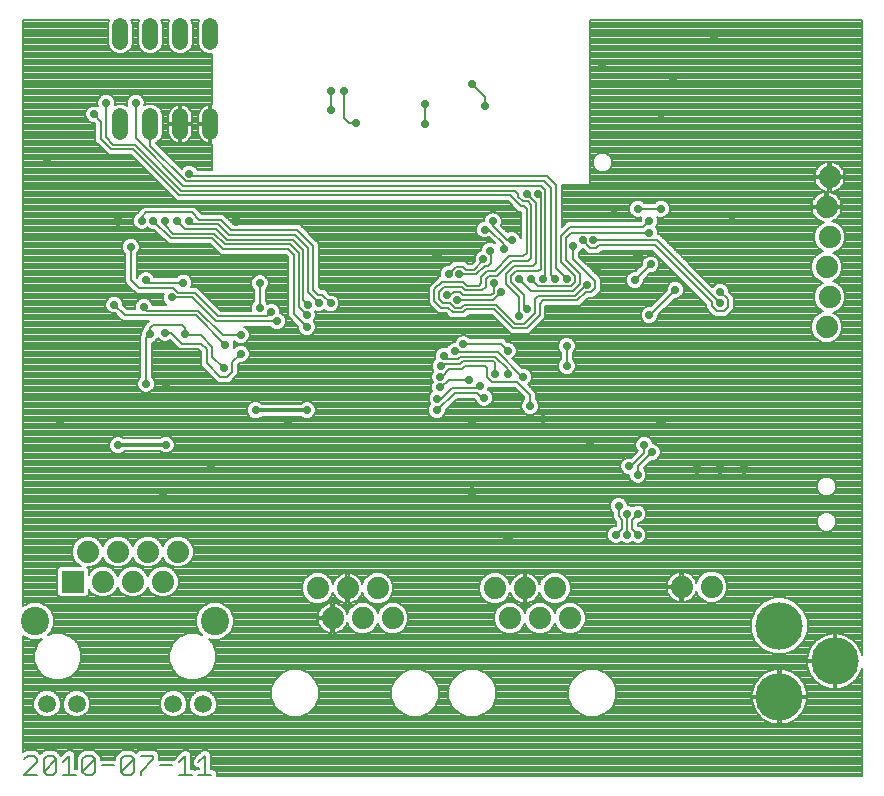
<source format=gtl>
G75*
G70*
%OFA0B0*%
%FSLAX24Y24*%
%IPPOS*%
%LPD*%
%AMOC8*
5,1,8,0,0,1.08239X$1,22.5*
%
%ADD10C,0.0070*%
%ADD11C,0.0520*%
%ADD12C,0.0740*%
%ADD13R,0.0740X0.0740*%
%ADD14C,0.0945*%
%ADD15C,0.0594*%
%ADD16C,0.1580*%
%ADD17C,0.0277*%
%ADD18C,0.0079*%
%ADD19C,0.0356*%
%ADD20C,0.0118*%
D10*
X001547Y000933D02*
X001968Y001353D01*
X001968Y001458D01*
X001863Y001563D01*
X001653Y001563D01*
X001547Y001458D01*
X001547Y000933D02*
X001968Y000933D01*
X002192Y001038D02*
X002612Y001458D01*
X002612Y001038D01*
X002507Y000933D01*
X002297Y000933D01*
X002192Y001038D01*
X002192Y001458D01*
X002297Y001563D01*
X002507Y001563D01*
X002612Y001458D01*
X002836Y001353D02*
X003047Y001563D01*
X003047Y000933D01*
X003257Y000933D02*
X002836Y000933D01*
X003481Y001038D02*
X003481Y001458D01*
X003586Y001563D01*
X003796Y001563D01*
X003901Y001458D01*
X003481Y001038D01*
X003586Y000933D01*
X003796Y000933D01*
X003901Y001038D01*
X003901Y001458D01*
X004126Y001248D02*
X004546Y001248D01*
X004770Y001038D02*
X004770Y001458D01*
X004875Y001563D01*
X005085Y001563D01*
X005190Y001458D01*
X004770Y001038D01*
X004875Y000933D01*
X005085Y000933D01*
X005190Y001038D01*
X005190Y001458D01*
X005415Y001563D02*
X005835Y001563D01*
X005835Y001458D01*
X005415Y001038D01*
X005415Y000933D01*
X006059Y001248D02*
X006479Y001248D01*
X006704Y001353D02*
X006914Y001563D01*
X006914Y000933D01*
X006704Y000933D02*
X007124Y000933D01*
X007348Y000933D02*
X007769Y000933D01*
X007558Y000933D02*
X007558Y001563D01*
X007348Y001353D01*
D11*
X007737Y022366D02*
X007737Y022886D01*
X006737Y022886D02*
X006737Y022366D01*
X005737Y022366D02*
X005737Y022886D01*
X004737Y022886D02*
X004737Y022366D01*
X004737Y025366D02*
X004737Y025886D01*
X005737Y025886D02*
X005737Y025366D01*
X006737Y025366D02*
X006737Y025886D01*
X007737Y025886D02*
X007737Y025366D01*
D12*
X006656Y008372D03*
X005656Y008372D03*
X004656Y008372D03*
X003656Y008372D03*
X004156Y007372D03*
X005156Y007372D03*
X006156Y007372D03*
X011318Y007154D03*
X012318Y007154D03*
X013318Y007154D03*
X013818Y006154D03*
X012818Y006154D03*
X011818Y006154D03*
X017223Y007154D03*
X017723Y006154D03*
X018723Y006154D03*
X018223Y007154D03*
X019223Y007154D03*
X019723Y006154D03*
X023453Y007197D03*
X024453Y007197D03*
X028284Y015858D03*
X028384Y016858D03*
X028284Y017858D03*
X028384Y018858D03*
X028284Y019858D03*
X028384Y020858D03*
D13*
X003156Y007372D03*
D14*
X001906Y006055D03*
X007890Y006055D03*
D15*
X007497Y003299D03*
X006512Y003299D03*
X003284Y003299D03*
X002300Y003299D03*
D16*
X026709Y003535D03*
X028560Y004717D03*
X026709Y005898D03*
D17*
X021985Y008929D03*
X021631Y008929D03*
X021257Y008929D03*
X021631Y009638D03*
X021985Y009638D03*
X021355Y009894D03*
X021985Y010937D03*
X021709Y011213D03*
X022201Y011941D03*
X022457Y011685D03*
X020410Y011921D03*
X018835Y012787D03*
X018402Y013220D03*
X018166Y014205D03*
X017654Y014283D03*
X017241Y014283D03*
X016729Y013909D03*
X016355Y014106D03*
X016867Y013496D03*
X016473Y012709D03*
X015292Y013083D03*
X015312Y013476D03*
X015390Y013850D03*
X015410Y014205D03*
X015430Y014559D03*
X015528Y014894D03*
X015883Y015051D03*
X016178Y015287D03*
X015981Y016764D03*
X015627Y016921D03*
X016040Y017610D03*
X015686Y017630D03*
X016847Y018122D03*
X017064Y018398D03*
X017516Y018476D03*
X017792Y018752D03*
X017162Y019382D03*
X016886Y019106D03*
X018284Y020307D03*
X018658Y020307D03*
X020154Y018752D03*
X020509Y018752D03*
X019839Y018555D03*
X020646Y017768D03*
X020312Y017276D03*
X019623Y017472D03*
X019229Y017472D03*
X018835Y017472D03*
X018442Y017453D03*
X018048Y017453D03*
X017438Y017039D03*
X017182Y017315D03*
X018028Y016232D03*
X018304Y016449D03*
X019623Y015228D03*
X019623Y014559D03*
X017654Y015071D03*
X021886Y017413D03*
X022418Y017945D03*
X023245Y017098D03*
X022379Y016252D03*
X024741Y016646D03*
X024741Y017039D03*
X022379Y019008D03*
X022379Y019402D03*
X022772Y019795D03*
X021985Y019795D03*
X021197Y019795D03*
X022772Y022945D03*
X023166Y024126D03*
X020804Y024520D03*
X016886Y023220D03*
X016453Y023969D03*
X014898Y023280D03*
X014898Y022630D03*
X012595Y022669D03*
X011749Y023083D03*
X011749Y023732D03*
X012201Y023713D03*
X007044Y020976D03*
X007024Y019402D03*
X006631Y019402D03*
X006237Y019402D03*
X005843Y019402D03*
X005449Y019402D03*
X005095Y018535D03*
X005587Y017413D03*
X006453Y016843D03*
X006847Y017335D03*
X005528Y016528D03*
X005725Y015622D03*
X006237Y015661D03*
X006906Y015622D03*
X008245Y015268D03*
X008757Y014972D03*
X008757Y015583D03*
X009386Y016488D03*
X009780Y016370D03*
X009977Y016055D03*
X010961Y015858D03*
X010961Y016252D03*
X011001Y016606D03*
X011355Y016665D03*
X011749Y016646D03*
X009386Y017315D03*
X008205Y014480D03*
X009249Y013083D03*
X010331Y012669D03*
X010961Y013083D03*
X007772Y011173D03*
X006257Y011941D03*
X004662Y011921D03*
X002733Y012669D03*
X005607Y013969D03*
X006257Y013870D03*
X004544Y016606D03*
X002300Y021370D03*
X003875Y022945D03*
X004268Y023339D03*
X005253Y023339D03*
X006178Y010287D03*
X025134Y019402D03*
D18*
X023695Y017970D02*
X027759Y017970D01*
X027757Y017963D02*
X027757Y017753D01*
X027837Y017559D01*
X027985Y017411D01*
X028163Y017338D01*
X028085Y017305D01*
X027937Y017157D01*
X027857Y016963D01*
X027857Y016753D01*
X027937Y016559D01*
X028085Y016411D01*
X028163Y016379D01*
X027985Y016305D01*
X027837Y016157D01*
X027757Y015963D01*
X027757Y015753D01*
X027837Y015559D01*
X027985Y015411D01*
X028179Y015331D01*
X028389Y015331D01*
X028583Y015411D01*
X028731Y015559D01*
X028812Y015753D01*
X028812Y015963D01*
X028731Y016157D01*
X028583Y016305D01*
X028505Y016338D01*
X028683Y016411D01*
X028831Y016559D01*
X028912Y016753D01*
X028912Y016963D01*
X028831Y017157D01*
X028683Y017305D01*
X028505Y017379D01*
X028583Y017411D01*
X028731Y017559D01*
X028812Y017753D01*
X028812Y017963D01*
X028731Y018157D01*
X028583Y018305D01*
X028505Y018338D01*
X028683Y018411D01*
X028831Y018559D01*
X028912Y018753D01*
X028912Y018963D01*
X028831Y019157D01*
X028683Y019305D01*
X028489Y019386D01*
X028478Y019386D01*
X028480Y019386D01*
X028551Y019423D01*
X028616Y019470D01*
X028673Y019526D01*
X028720Y019591D01*
X028756Y019663D01*
X028781Y019739D01*
X028793Y019818D01*
X028793Y019819D01*
X028324Y019819D01*
X028324Y019898D01*
X028793Y019898D01*
X028781Y019978D01*
X028756Y020054D01*
X028720Y020125D01*
X028673Y020190D01*
X028616Y020247D01*
X028551Y020294D01*
X028480Y020330D01*
X028403Y020355D01*
X028345Y020364D01*
X028345Y020819D01*
X028423Y020819D01*
X028423Y020349D01*
X028424Y020349D01*
X028503Y020361D01*
X028580Y020386D01*
X028651Y020423D01*
X028716Y020470D01*
X028773Y020526D01*
X028820Y020591D01*
X028856Y020663D01*
X028881Y020739D01*
X028893Y020818D01*
X028893Y020819D01*
X028424Y020819D01*
X028424Y020898D01*
X028893Y020898D01*
X028881Y020978D01*
X028856Y021054D01*
X028820Y021125D01*
X028773Y021190D01*
X028716Y021247D01*
X028651Y021294D01*
X028580Y021330D01*
X028503Y021355D01*
X028424Y021368D01*
X028423Y021368D01*
X028423Y020898D01*
X028345Y020898D01*
X028345Y021368D01*
X028344Y021368D01*
X028265Y021355D01*
X028189Y021330D01*
X028117Y021294D01*
X028052Y021247D01*
X027996Y021190D01*
X027948Y021125D01*
X027912Y021054D01*
X027887Y020978D01*
X027875Y020898D01*
X027875Y020898D01*
X028345Y020898D01*
X028345Y020819D01*
X027875Y020819D01*
X027875Y020818D01*
X027887Y020739D01*
X027912Y020663D01*
X027948Y020591D01*
X027996Y020526D01*
X028052Y020470D01*
X028117Y020423D01*
X028189Y020386D01*
X028265Y020361D01*
X028323Y020352D01*
X028323Y019898D01*
X028245Y019898D01*
X028245Y020368D01*
X028244Y020368D01*
X028165Y020355D01*
X028089Y020330D01*
X028017Y020294D01*
X027952Y020247D01*
X027896Y020190D01*
X027848Y020125D01*
X027812Y020054D01*
X027787Y019978D01*
X027775Y019898D01*
X027775Y019898D01*
X028245Y019898D01*
X028245Y019819D01*
X027775Y019819D01*
X027775Y019818D01*
X027787Y019739D01*
X027812Y019663D01*
X027848Y019591D01*
X027896Y019526D01*
X027952Y019470D01*
X028017Y019423D01*
X028089Y019386D01*
X028165Y019361D01*
X028205Y019355D01*
X028085Y019305D01*
X027937Y019157D01*
X027857Y018963D01*
X027857Y018753D01*
X027937Y018559D01*
X028085Y018411D01*
X028163Y018379D01*
X027985Y018305D01*
X027837Y018157D01*
X027757Y017963D01*
X027757Y017893D02*
X023772Y017893D01*
X023849Y017815D02*
X027757Y017815D01*
X027763Y017738D02*
X023927Y017738D01*
X024004Y017661D02*
X027795Y017661D01*
X027827Y017584D02*
X024081Y017584D01*
X024159Y017506D02*
X027890Y017506D01*
X027967Y017429D02*
X024236Y017429D01*
X024313Y017352D02*
X028129Y017352D01*
X028054Y017274D02*
X024925Y017274D01*
X024909Y017290D02*
X024800Y017336D01*
X024682Y017336D01*
X024573Y017290D01*
X024490Y017207D01*
X024480Y017184D01*
X022716Y018949D01*
X022675Y018949D01*
X022675Y019067D01*
X022630Y019176D01*
X022601Y019205D01*
X022630Y019234D01*
X022675Y019343D01*
X022675Y019460D01*
X022647Y019526D01*
X022713Y019499D01*
X022831Y019499D01*
X022940Y019544D01*
X023023Y019627D01*
X023068Y019736D01*
X023068Y019854D01*
X023023Y019963D01*
X022940Y020046D01*
X022831Y020091D01*
X022713Y020091D01*
X022604Y020046D01*
X022550Y019992D01*
X022207Y019992D01*
X022153Y020046D01*
X022044Y020091D01*
X021926Y020091D01*
X021817Y020046D01*
X021734Y019963D01*
X021689Y019854D01*
X021689Y019736D01*
X021734Y019627D01*
X021817Y019544D01*
X021926Y019499D01*
X022044Y019499D01*
X022110Y019526D01*
X022082Y019460D01*
X022082Y019384D01*
X022080Y019382D01*
X019640Y019382D01*
X019524Y019267D01*
X019465Y019207D01*
X019465Y020521D01*
X019465Y020583D01*
X020410Y020583D01*
X020410Y026094D01*
X029465Y026094D01*
X029465Y004926D01*
X029454Y004974D01*
X029420Y005073D01*
X029374Y005167D01*
X029319Y005255D01*
X029254Y005337D01*
X029180Y005411D01*
X029098Y005476D01*
X029010Y005531D01*
X028916Y005576D01*
X028817Y005611D01*
X028716Y005634D01*
X028612Y005646D01*
X028599Y005646D01*
X028599Y004756D01*
X028520Y004756D01*
X028520Y004677D01*
X027630Y004677D01*
X027630Y004664D01*
X027642Y004561D01*
X027665Y004459D01*
X027700Y004360D01*
X027745Y004266D01*
X027801Y004178D01*
X027866Y004096D01*
X027939Y004022D01*
X028021Y003957D01*
X028109Y003902D01*
X028203Y003857D01*
X028302Y003822D01*
X028404Y003799D01*
X028507Y003787D01*
X028520Y003787D01*
X028520Y004677D01*
X007928Y004677D01*
X007944Y004715D02*
X007824Y004426D01*
X007602Y004205D01*
X007313Y004085D01*
X006999Y004085D01*
X006710Y004205D01*
X006489Y004426D01*
X006369Y004715D01*
X006369Y005029D01*
X006489Y005318D01*
X006710Y005540D01*
X006999Y005659D01*
X007313Y005659D01*
X007454Y005601D01*
X007356Y005698D01*
X007260Y005930D01*
X007260Y006180D01*
X007356Y006412D01*
X007534Y006589D01*
X007765Y006685D01*
X008016Y006685D01*
X008247Y006589D01*
X008424Y006412D01*
X008520Y006180D01*
X008520Y005930D01*
X008424Y005698D01*
X008247Y005521D01*
X008016Y005425D01*
X007765Y005425D01*
X007682Y005460D01*
X007824Y005318D01*
X007944Y005029D01*
X007944Y004715D01*
X007944Y004755D02*
X028520Y004755D01*
X028520Y004756D02*
X027630Y004756D01*
X027630Y004769D01*
X027642Y004872D01*
X027665Y004974D01*
X027700Y005073D01*
X027745Y005167D01*
X027801Y005255D01*
X027866Y005337D01*
X027939Y005411D01*
X028021Y005476D01*
X028109Y005531D01*
X028203Y005576D01*
X028302Y005611D01*
X028404Y005634D01*
X028507Y005646D01*
X028520Y005646D01*
X028520Y004756D01*
X028520Y004832D02*
X028599Y004832D01*
X028599Y004909D02*
X028520Y004909D01*
X028520Y004986D02*
X028599Y004986D01*
X028599Y005064D02*
X028520Y005064D01*
X028520Y005141D02*
X028599Y005141D01*
X028599Y005218D02*
X028520Y005218D01*
X028520Y005296D02*
X028599Y005296D01*
X028599Y005373D02*
X028520Y005373D01*
X028520Y005450D02*
X028599Y005450D01*
X028599Y005527D02*
X028520Y005527D01*
X028520Y005605D02*
X028599Y005605D01*
X028835Y005605D02*
X029465Y005605D01*
X029465Y005682D02*
X027645Y005682D01*
X027657Y005709D02*
X027512Y005361D01*
X027246Y005094D01*
X026898Y004950D01*
X026521Y004950D01*
X026173Y005094D01*
X025906Y005361D01*
X025762Y005709D01*
X025762Y006086D01*
X025906Y006434D01*
X026173Y006701D01*
X026521Y006845D01*
X026898Y006845D01*
X027246Y006701D01*
X027512Y006434D01*
X027657Y006086D01*
X027657Y005709D01*
X027657Y005759D02*
X029465Y005759D01*
X029465Y005836D02*
X027657Y005836D01*
X027657Y005914D02*
X029465Y005914D01*
X029465Y005991D02*
X027657Y005991D01*
X027657Y006068D02*
X029465Y006068D01*
X029465Y006146D02*
X027632Y006146D01*
X027600Y006223D02*
X029465Y006223D01*
X029465Y006300D02*
X027568Y006300D01*
X027536Y006377D02*
X029465Y006377D01*
X029465Y006455D02*
X027492Y006455D01*
X027415Y006532D02*
X029465Y006532D01*
X029465Y006609D02*
X027337Y006609D01*
X027260Y006687D02*
X029465Y006687D01*
X029465Y006764D02*
X027094Y006764D01*
X026907Y006841D02*
X029465Y006841D01*
X029465Y006918D02*
X024909Y006918D01*
X024901Y006898D02*
X024981Y007092D01*
X024981Y007302D01*
X024901Y007496D01*
X024752Y007644D01*
X024558Y007724D01*
X024348Y007724D01*
X024155Y007644D01*
X024006Y007496D01*
X023942Y007341D01*
X023925Y007392D01*
X023889Y007464D01*
X023842Y007529D01*
X023785Y007585D01*
X023720Y007632D01*
X023649Y007669D01*
X023573Y007694D01*
X023493Y007706D01*
X023493Y007236D01*
X023414Y007236D01*
X023414Y007157D01*
X023493Y007157D01*
X023493Y006687D01*
X023493Y006687D01*
X023573Y006700D01*
X023649Y006725D01*
X023720Y006761D01*
X023785Y006808D01*
X023842Y006865D01*
X023889Y006930D01*
X023925Y007001D01*
X023942Y007053D01*
X024006Y006898D01*
X024155Y006750D01*
X024348Y006669D01*
X024558Y006669D01*
X024752Y006750D01*
X024901Y006898D01*
X024844Y006841D02*
X026511Y006841D01*
X026325Y006764D02*
X024766Y006764D01*
X024600Y006687D02*
X026158Y006687D01*
X026081Y006609D02*
X020001Y006609D01*
X020022Y006601D02*
X019828Y006681D01*
X019618Y006681D01*
X019424Y006601D01*
X019276Y006452D01*
X019223Y006325D01*
X019170Y006452D01*
X019022Y006601D01*
X018828Y006681D01*
X018618Y006681D01*
X018424Y006601D01*
X018276Y006452D01*
X018223Y006325D01*
X018170Y006452D01*
X018022Y006601D01*
X017828Y006681D01*
X017618Y006681D01*
X017424Y006601D01*
X017276Y006452D01*
X017196Y006258D01*
X017196Y006049D01*
X017276Y005855D01*
X017424Y005706D01*
X017618Y005626D01*
X017828Y005626D01*
X018022Y005706D01*
X018170Y005855D01*
X018223Y005982D01*
X018276Y005855D01*
X018424Y005706D01*
X018618Y005626D01*
X018828Y005626D01*
X019022Y005706D01*
X019170Y005855D01*
X019223Y005982D01*
X019276Y005855D01*
X019424Y005706D01*
X019618Y005626D01*
X019828Y005626D01*
X020022Y005706D01*
X020170Y005855D01*
X020251Y006049D01*
X020251Y006258D01*
X020170Y006452D01*
X020022Y006601D01*
X020090Y006532D02*
X026004Y006532D01*
X025926Y006455D02*
X020168Y006455D01*
X020201Y006377D02*
X025883Y006377D01*
X025851Y006300D02*
X020233Y006300D01*
X020251Y006223D02*
X025819Y006223D01*
X025786Y006146D02*
X020251Y006146D01*
X020251Y006068D02*
X025762Y006068D01*
X025762Y005991D02*
X020227Y005991D01*
X020195Y005914D02*
X025762Y005914D01*
X025762Y005836D02*
X020152Y005836D01*
X020075Y005759D02*
X025762Y005759D01*
X025773Y005682D02*
X019963Y005682D01*
X019483Y005682D02*
X018963Y005682D01*
X019075Y005759D02*
X019371Y005759D01*
X019294Y005836D02*
X019152Y005836D01*
X019195Y005914D02*
X019251Y005914D01*
X019245Y006377D02*
X019201Y006377D01*
X019168Y006455D02*
X019278Y006455D01*
X019356Y006532D02*
X019090Y006532D01*
X019118Y006626D02*
X018924Y006706D01*
X018776Y006855D01*
X018712Y007010D01*
X018695Y006958D01*
X018659Y006887D01*
X018612Y006822D01*
X018555Y006765D01*
X018490Y006718D01*
X018419Y006681D01*
X018342Y006657D01*
X018263Y006644D01*
X018262Y006644D01*
X018262Y007114D01*
X018184Y007114D01*
X018184Y006644D01*
X018183Y006644D01*
X018104Y006657D01*
X018028Y006681D01*
X017956Y006718D01*
X017891Y006765D01*
X017835Y006822D01*
X017787Y006887D01*
X017751Y006958D01*
X017734Y007010D01*
X017670Y006855D01*
X017522Y006706D01*
X017328Y006626D01*
X017118Y006626D01*
X016924Y006706D01*
X016776Y006855D01*
X016696Y007049D01*
X016696Y007258D01*
X016776Y007452D01*
X016924Y007601D01*
X017118Y007681D01*
X017328Y007681D01*
X017522Y007601D01*
X017670Y007452D01*
X017734Y007298D01*
X017751Y007349D01*
X017787Y007420D01*
X017835Y007485D01*
X017891Y007542D01*
X017956Y007589D01*
X018028Y007626D01*
X018104Y007650D01*
X018183Y007663D01*
X018184Y007663D01*
X018184Y007193D01*
X018262Y007193D01*
X018262Y007663D01*
X018263Y007663D01*
X018342Y007650D01*
X018419Y007626D01*
X018490Y007589D01*
X018555Y007542D01*
X018612Y007485D01*
X018659Y007420D01*
X018695Y007349D01*
X018712Y007298D01*
X018776Y007452D01*
X018924Y007601D01*
X019118Y007681D01*
X019328Y007681D01*
X019522Y007601D01*
X019670Y007452D01*
X019751Y007258D01*
X019751Y007049D01*
X019670Y006855D01*
X019522Y006706D01*
X019328Y006626D01*
X019118Y006626D01*
X019001Y006609D02*
X019445Y006609D01*
X019474Y006687D02*
X024307Y006687D01*
X024140Y006764D02*
X023724Y006764D01*
X023818Y006841D02*
X024063Y006841D01*
X023998Y006918D02*
X023881Y006918D01*
X023923Y006996D02*
X023966Y006996D01*
X023959Y007382D02*
X023929Y007382D01*
X023891Y007459D02*
X023991Y007459D01*
X024047Y007537D02*
X023834Y007537D01*
X023746Y007614D02*
X024125Y007614D01*
X024269Y007691D02*
X023580Y007691D01*
X023493Y007691D02*
X023414Y007691D01*
X023413Y007706D02*
X023334Y007694D01*
X023258Y007669D01*
X023186Y007632D01*
X023122Y007585D01*
X023065Y007529D01*
X023018Y007464D01*
X022981Y007392D01*
X022957Y007316D01*
X022944Y007237D01*
X022944Y007236D01*
X023414Y007236D01*
X023414Y007706D01*
X023413Y007706D01*
X023493Y007706D02*
X023493Y007706D01*
X023493Y007614D02*
X023414Y007614D01*
X023414Y007537D02*
X023493Y007537D01*
X023493Y007459D02*
X023414Y007459D01*
X023414Y007382D02*
X023493Y007382D01*
X023493Y007305D02*
X023414Y007305D01*
X023414Y007228D02*
X019751Y007228D01*
X019751Y007150D02*
X022945Y007150D01*
X022944Y007157D02*
X022957Y007078D01*
X022981Y007001D01*
X023018Y006930D01*
X023065Y006865D01*
X023122Y006808D01*
X023186Y006761D01*
X023258Y006725D01*
X023334Y006700D01*
X023413Y006687D01*
X023414Y006687D01*
X023414Y007157D01*
X022944Y007157D01*
X022944Y007157D01*
X022958Y007073D02*
X019751Y007073D01*
X019729Y006996D02*
X022984Y006996D01*
X023026Y006918D02*
X019697Y006918D01*
X019657Y006841D02*
X023089Y006841D01*
X023183Y006764D02*
X019579Y006764D01*
X019731Y007305D02*
X022955Y007305D01*
X022978Y007382D02*
X019699Y007382D01*
X019663Y007459D02*
X023016Y007459D01*
X023073Y007537D02*
X019586Y007537D01*
X019490Y007614D02*
X023161Y007614D01*
X023327Y007691D02*
X006583Y007691D01*
X006603Y007671D02*
X006455Y007819D01*
X006261Y007899D01*
X006051Y007899D01*
X005857Y007819D01*
X005709Y007671D01*
X005656Y007543D01*
X005603Y007671D01*
X005455Y007819D01*
X005261Y007899D01*
X005051Y007899D01*
X004857Y007819D01*
X004709Y007671D01*
X004656Y007543D01*
X004603Y007671D01*
X004455Y007819D01*
X004261Y007899D01*
X004051Y007899D01*
X003857Y007819D01*
X003709Y007671D01*
X003684Y007609D01*
X003684Y007807D01*
X003646Y007845D01*
X003761Y007845D01*
X003955Y007925D01*
X004103Y008073D01*
X004156Y008201D01*
X004209Y008073D01*
X004357Y007925D01*
X004551Y007845D01*
X004761Y007845D01*
X004955Y007925D01*
X005103Y008073D01*
X005156Y008201D01*
X005209Y008073D01*
X005357Y007925D01*
X005551Y007845D01*
X005761Y007845D01*
X005955Y007925D01*
X006103Y008073D01*
X006156Y008201D01*
X006209Y008073D01*
X006357Y007925D01*
X006551Y007845D01*
X006761Y007845D01*
X006955Y007925D01*
X007103Y008073D01*
X007184Y008267D01*
X007184Y008477D01*
X007103Y008671D01*
X006955Y008819D01*
X006761Y008899D01*
X006551Y008899D01*
X006357Y008819D01*
X006209Y008671D01*
X006156Y008543D01*
X006103Y008671D01*
X005955Y008819D01*
X005761Y008899D01*
X005551Y008899D01*
X005357Y008819D01*
X005209Y008671D01*
X005156Y008543D01*
X005103Y008671D01*
X004955Y008819D01*
X004761Y008899D01*
X004551Y008899D01*
X004357Y008819D01*
X004209Y008671D01*
X004156Y008543D01*
X004103Y008671D01*
X003955Y008819D01*
X003761Y008899D01*
X003551Y008899D01*
X003357Y008819D01*
X003209Y008671D01*
X003129Y008477D01*
X003129Y008267D01*
X003209Y008073D01*
X003357Y007925D01*
X003419Y007899D01*
X002721Y007899D01*
X002629Y007807D01*
X002629Y006937D01*
X002721Y006845D01*
X003591Y006845D01*
X003684Y006937D01*
X003684Y007135D01*
X003709Y007073D01*
X003684Y007073D01*
X003709Y007073D02*
X003857Y006925D01*
X004051Y006845D01*
X004261Y006845D01*
X004455Y006925D01*
X004603Y007073D01*
X004709Y007073D01*
X004857Y006925D01*
X005051Y006845D01*
X005261Y006845D01*
X005455Y006925D01*
X005603Y007073D01*
X005709Y007073D01*
X005857Y006925D01*
X006051Y006845D01*
X006261Y006845D01*
X006455Y006925D01*
X006603Y007073D01*
X010790Y007073D01*
X010790Y007049D02*
X010870Y006855D01*
X011019Y006706D01*
X011213Y006626D01*
X011422Y006626D01*
X011616Y006706D01*
X011765Y006855D01*
X011829Y007010D01*
X011846Y006958D01*
X011882Y006887D01*
X011929Y006822D01*
X011986Y006765D01*
X012051Y006718D01*
X012122Y006681D01*
X012198Y006657D01*
X012277Y006644D01*
X012278Y006644D01*
X012278Y007114D01*
X012357Y007114D01*
X012357Y006644D01*
X012358Y006644D01*
X012437Y006657D01*
X012513Y006681D01*
X012584Y006718D01*
X012649Y006765D01*
X012706Y006822D01*
X012753Y006887D01*
X012790Y006958D01*
X012806Y007010D01*
X012870Y006855D01*
X013019Y006706D01*
X013213Y006626D01*
X013422Y006626D01*
X013616Y006706D01*
X013765Y006855D01*
X013845Y007049D01*
X013845Y007258D01*
X013765Y007452D01*
X013616Y007601D01*
X013422Y007681D01*
X013213Y007681D01*
X013019Y007601D01*
X012870Y007452D01*
X012806Y007298D01*
X012790Y007349D01*
X012753Y007420D01*
X012706Y007485D01*
X012649Y007542D01*
X012584Y007589D01*
X012513Y007626D01*
X012437Y007650D01*
X012358Y007663D01*
X012357Y007663D01*
X012357Y007193D01*
X012278Y007193D01*
X012278Y007663D01*
X012277Y007663D01*
X012198Y007650D01*
X012122Y007626D01*
X012051Y007589D01*
X011986Y007542D01*
X011929Y007485D01*
X011882Y007420D01*
X011846Y007349D01*
X011829Y007298D01*
X011765Y007452D01*
X011616Y007601D01*
X011422Y007681D01*
X011213Y007681D01*
X011019Y007601D01*
X010870Y007452D01*
X010790Y007258D01*
X010790Y007049D01*
X010812Y006996D02*
X006526Y006996D01*
X006603Y007073D02*
X006684Y007267D01*
X006684Y007477D01*
X006603Y007671D01*
X006627Y007614D02*
X011051Y007614D01*
X010955Y007537D02*
X006659Y007537D01*
X006684Y007459D02*
X010878Y007459D01*
X010841Y007382D02*
X006684Y007382D01*
X006684Y007305D02*
X010809Y007305D01*
X010790Y007228D02*
X006667Y007228D01*
X006635Y007150D02*
X010790Y007150D01*
X010844Y006918D02*
X006439Y006918D01*
X005873Y006918D02*
X005439Y006918D01*
X005526Y006996D02*
X005786Y006996D01*
X005709Y007073D02*
X005656Y007201D01*
X005603Y007073D01*
X005635Y007150D02*
X005677Y007150D01*
X005685Y007614D02*
X005627Y007614D01*
X005583Y007691D02*
X005729Y007691D01*
X005807Y007769D02*
X005506Y007769D01*
X005548Y007846D02*
X005391Y007846D01*
X005361Y007923D02*
X004951Y007923D01*
X004922Y007846D02*
X004764Y007846D01*
X004807Y007769D02*
X004506Y007769D01*
X004548Y007846D02*
X004391Y007846D01*
X004361Y007923D02*
X003951Y007923D01*
X003922Y007846D02*
X003764Y007846D01*
X003807Y007769D02*
X003684Y007769D01*
X003684Y007691D02*
X003729Y007691D01*
X003685Y007614D02*
X003684Y007614D01*
X003361Y007923D02*
X001512Y007923D01*
X001512Y007846D02*
X002667Y007846D01*
X002629Y007769D02*
X001512Y007769D01*
X001512Y007691D02*
X002629Y007691D01*
X002629Y007614D02*
X001512Y007614D01*
X001512Y007537D02*
X002629Y007537D01*
X002629Y007459D02*
X001512Y007459D01*
X001512Y007382D02*
X002629Y007382D01*
X002629Y007305D02*
X001512Y007305D01*
X001512Y007228D02*
X002629Y007228D01*
X002629Y007150D02*
X001512Y007150D01*
X001512Y007073D02*
X002629Y007073D01*
X002629Y006996D02*
X001512Y006996D01*
X001512Y006918D02*
X002647Y006918D01*
X002263Y006589D02*
X002031Y006685D01*
X001781Y006685D01*
X001549Y006589D01*
X001512Y006552D01*
X001512Y026094D01*
X004371Y026094D01*
X004319Y025969D01*
X004319Y025283D01*
X004383Y025129D01*
X004500Y025012D01*
X004654Y024949D01*
X004820Y024949D01*
X004973Y025012D01*
X005091Y025129D01*
X005154Y025283D01*
X005154Y025969D01*
X005102Y026094D01*
X005371Y026094D01*
X005319Y025969D01*
X005319Y025283D01*
X005383Y025129D01*
X005500Y025012D01*
X005654Y024949D01*
X005820Y024949D01*
X005973Y025012D01*
X006091Y025129D01*
X006154Y025283D01*
X006154Y025969D01*
X006102Y026094D01*
X006371Y026094D01*
X006319Y025969D01*
X006319Y025283D01*
X006383Y025129D01*
X006500Y025012D01*
X006654Y024949D01*
X006820Y024949D01*
X006973Y025012D01*
X007091Y025129D01*
X007154Y025283D01*
X007154Y025969D01*
X007102Y026094D01*
X007371Y026094D01*
X007319Y025969D01*
X007319Y025283D01*
X007383Y025129D01*
X007500Y025012D01*
X007654Y024949D01*
X007812Y024949D01*
X007812Y023278D01*
X007776Y023285D01*
X007776Y022666D01*
X007697Y022666D01*
X007697Y023285D01*
X007620Y023270D01*
X007548Y023240D01*
X007482Y023196D01*
X007427Y023141D01*
X007383Y023075D01*
X007353Y023002D01*
X007337Y022925D01*
X007337Y022665D01*
X007697Y022665D01*
X007697Y022587D01*
X007337Y022587D01*
X007337Y022327D01*
X007353Y022249D01*
X007383Y022177D01*
X007427Y022111D01*
X007482Y022056D01*
X007548Y022012D01*
X007620Y021982D01*
X007697Y021967D01*
X007697Y022586D01*
X007776Y022586D01*
X007776Y021967D01*
X007812Y021974D01*
X007812Y021094D01*
X007316Y021094D01*
X007295Y021144D01*
X007212Y021227D01*
X007103Y021273D01*
X006985Y021273D01*
X006876Y021227D01*
X006793Y021144D01*
X006789Y021135D01*
X005942Y021983D01*
X005942Y021999D01*
X005973Y022012D01*
X006091Y022129D01*
X006154Y022283D01*
X006154Y022969D01*
X006091Y023122D01*
X005973Y023240D01*
X005820Y023303D01*
X005654Y023303D01*
X005539Y023256D01*
X005549Y023280D01*
X005549Y023397D01*
X005504Y023506D01*
X005420Y023590D01*
X005311Y023635D01*
X005194Y023635D01*
X005085Y023590D01*
X005001Y023506D01*
X004956Y023397D01*
X004956Y023280D01*
X004973Y023240D01*
X004820Y023303D01*
X004654Y023303D01*
X004558Y023264D01*
X004565Y023280D01*
X004565Y023397D01*
X004519Y023506D01*
X004436Y023590D01*
X004327Y023635D01*
X004209Y023635D01*
X004101Y023590D01*
X004017Y023506D01*
X003972Y023397D01*
X003972Y023280D01*
X003999Y023214D01*
X003934Y023241D01*
X003816Y023241D01*
X003707Y023196D01*
X003624Y023113D01*
X003578Y023004D01*
X003578Y022886D01*
X003624Y022777D01*
X003707Y022694D01*
X003816Y022649D01*
X003892Y022649D01*
X003914Y022627D01*
X003914Y022037D01*
X004029Y021921D01*
X004029Y021921D01*
X004249Y021702D01*
X004364Y021587D01*
X005092Y021587D01*
X006628Y020051D01*
X006791Y020051D01*
X017651Y020051D01*
X018006Y019697D01*
X018087Y019697D01*
X018087Y018813D01*
X018043Y018920D01*
X017960Y019003D01*
X017851Y019048D01*
X017733Y019048D01*
X017651Y019014D01*
X017424Y019241D01*
X017458Y019323D01*
X017458Y019441D01*
X017413Y019550D01*
X017330Y019633D01*
X017221Y019678D01*
X017103Y019678D01*
X016994Y019633D01*
X016911Y019550D01*
X016866Y019441D01*
X016866Y019402D01*
X016828Y019402D01*
X016719Y019357D01*
X016635Y019274D01*
X016590Y019165D01*
X016590Y019047D01*
X016635Y018939D01*
X016719Y018855D01*
X016828Y018810D01*
X016945Y018810D01*
X017028Y018844D01*
X017217Y018655D01*
X017123Y018694D01*
X017005Y018694D01*
X016896Y018649D01*
X016812Y018565D01*
X016767Y018457D01*
X016767Y018410D01*
X016679Y018373D01*
X016596Y018290D01*
X016551Y018181D01*
X016551Y018065D01*
X016451Y017965D01*
X016338Y017965D01*
X016240Y018063D01*
X016003Y018063D01*
X015840Y018063D01*
X015703Y017926D01*
X015627Y017926D01*
X015518Y017881D01*
X015435Y017798D01*
X015389Y017689D01*
X015389Y017571D01*
X015398Y017551D01*
X015368Y017551D01*
X015253Y017436D01*
X015016Y017200D01*
X015016Y017037D01*
X015016Y016643D01*
X015132Y016528D01*
X015348Y016311D01*
X015511Y016311D01*
X015584Y016311D01*
X015742Y016154D01*
X015905Y016154D01*
X016259Y016154D01*
X016358Y016252D01*
X017120Y016252D01*
X017750Y015622D01*
X017913Y015622D01*
X018366Y015622D01*
X018481Y015737D01*
X018914Y016170D01*
X018914Y016334D01*
X018914Y016544D01*
X018917Y016547D01*
X020059Y016547D01*
X020174Y016663D01*
X020334Y016823D01*
X020511Y016823D01*
X020627Y016938D01*
X020764Y017076D01*
X020764Y017239D01*
X020764Y017475D01*
X020649Y017591D01*
X020036Y018204D01*
X020036Y018333D01*
X020090Y018387D01*
X020119Y018456D01*
X020172Y018456D01*
X020213Y018414D01*
X020329Y018299D01*
X020525Y018299D01*
X020688Y018299D01*
X020787Y018398D01*
X022474Y018398D01*
X024268Y016603D01*
X024268Y016485D01*
X024446Y016308D01*
X024561Y016193D01*
X024777Y016193D01*
X024940Y016193D01*
X025078Y016331D01*
X025194Y016446D01*
X025194Y016702D01*
X025194Y016865D01*
X025037Y017022D01*
X025037Y017098D01*
X024992Y017207D01*
X024909Y017290D01*
X024996Y017197D02*
X027977Y017197D01*
X027922Y017120D02*
X025028Y017120D01*
X025037Y017043D02*
X027890Y017043D01*
X027858Y016965D02*
X025093Y016965D01*
X025170Y016888D02*
X027857Y016888D01*
X027857Y016811D02*
X025194Y016811D01*
X025194Y016733D02*
X027865Y016733D01*
X027897Y016656D02*
X025194Y016656D01*
X025194Y016579D02*
X027929Y016579D01*
X027995Y016502D02*
X025194Y016502D01*
X025172Y016424D02*
X028072Y016424D01*
X028086Y016347D02*
X025095Y016347D01*
X025017Y016270D02*
X027950Y016270D01*
X027872Y016192D02*
X022675Y016192D01*
X022675Y016193D02*
X022630Y016084D01*
X022546Y016001D01*
X022437Y015956D01*
X022320Y015956D01*
X022211Y016001D01*
X022127Y016084D01*
X022082Y016193D01*
X022082Y016311D01*
X022127Y016420D01*
X022211Y016503D01*
X022320Y016548D01*
X022416Y016548D01*
X022949Y017081D01*
X022949Y017157D01*
X022994Y017266D01*
X023077Y017350D01*
X023186Y017395D01*
X023304Y017395D01*
X023412Y017350D01*
X023496Y017266D01*
X023541Y017157D01*
X023541Y017039D01*
X023496Y016931D01*
X023412Y016847D01*
X023304Y016802D01*
X023227Y016802D01*
X022675Y016250D01*
X022675Y016193D01*
X022694Y016270D02*
X024484Y016270D01*
X024407Y016347D02*
X022772Y016347D01*
X022849Y016424D02*
X024329Y016424D01*
X024268Y016502D02*
X022926Y016502D01*
X023004Y016579D02*
X024268Y016579D01*
X024216Y016656D02*
X023081Y016656D01*
X023158Y016733D02*
X024138Y016733D01*
X024061Y016811D02*
X023324Y016811D01*
X023453Y016888D02*
X023984Y016888D01*
X023906Y016965D02*
X023510Y016965D01*
X023541Y017043D02*
X023829Y017043D01*
X023752Y017120D02*
X023541Y017120D01*
X023524Y017197D02*
X023675Y017197D01*
X023597Y017274D02*
X023488Y017274D01*
X023520Y017352D02*
X023407Y017352D01*
X023443Y017429D02*
X022183Y017429D01*
X022183Y017431D02*
X022400Y017649D01*
X022477Y017649D01*
X022586Y017694D01*
X022669Y017777D01*
X022714Y017886D01*
X022714Y018004D01*
X022669Y018113D01*
X022586Y018196D01*
X022477Y018241D01*
X022359Y018241D01*
X022250Y018196D01*
X022167Y018113D01*
X022122Y018004D01*
X022122Y017927D01*
X021904Y017710D01*
X021828Y017710D01*
X021719Y017664D01*
X021635Y017581D01*
X021590Y017472D01*
X021590Y017354D01*
X021635Y017246D01*
X021719Y017162D01*
X021828Y017117D01*
X021945Y017117D01*
X022054Y017162D01*
X022138Y017246D01*
X022183Y017354D01*
X022183Y017431D01*
X022181Y017352D02*
X023082Y017352D01*
X023002Y017274D02*
X022149Y017274D01*
X022089Y017197D02*
X022965Y017197D01*
X022949Y017120D02*
X021952Y017120D01*
X021821Y017120D02*
X020764Y017120D01*
X020764Y017197D02*
X021684Y017197D01*
X021623Y017274D02*
X020764Y017274D01*
X020764Y017352D02*
X021591Y017352D01*
X021590Y017429D02*
X020764Y017429D01*
X020733Y017506D02*
X021604Y017506D01*
X021638Y017584D02*
X020656Y017584D01*
X020649Y017591D02*
X020649Y017591D01*
X020579Y017661D02*
X021715Y017661D01*
X021933Y017738D02*
X020501Y017738D01*
X020424Y017815D02*
X022010Y017815D01*
X022087Y017893D02*
X020347Y017893D01*
X020270Y017970D02*
X022122Y017970D01*
X022140Y018047D02*
X020192Y018047D01*
X020115Y018125D02*
X022179Y018125D01*
X022264Y018202D02*
X020038Y018202D01*
X020036Y018279D02*
X022593Y018279D01*
X022572Y018202D02*
X022670Y018202D01*
X022657Y018125D02*
X022747Y018125D01*
X022696Y018047D02*
X022825Y018047D01*
X022902Y017970D02*
X022714Y017970D01*
X022714Y017893D02*
X022979Y017893D01*
X023056Y017815D02*
X022685Y017815D01*
X022630Y017738D02*
X023134Y017738D01*
X023211Y017661D02*
X022506Y017661D01*
X022335Y017584D02*
X023288Y017584D01*
X023366Y017506D02*
X022258Y017506D01*
X021886Y017413D02*
X022418Y017945D01*
X022515Y018356D02*
X020746Y018356D01*
X020607Y018496D02*
X020410Y018496D01*
X020154Y018752D01*
X020194Y018434D02*
X020110Y018434D01*
X020059Y018356D02*
X020271Y018356D01*
X019839Y018555D02*
X019839Y018122D01*
X020568Y017394D01*
X020568Y017157D01*
X020430Y017020D01*
X020253Y017020D01*
X019977Y016744D01*
X018835Y016744D01*
X018717Y016626D01*
X018717Y016252D01*
X018284Y015819D01*
X017831Y015819D01*
X017201Y016449D01*
X016276Y016449D01*
X016178Y016350D01*
X015823Y016350D01*
X015666Y016508D01*
X015430Y016508D01*
X015213Y016724D01*
X015213Y017118D01*
X015449Y017354D01*
X016178Y017354D01*
X016296Y017236D01*
X016690Y017236D01*
X016768Y017315D01*
X016768Y017531D01*
X016965Y017728D01*
X017221Y017728D01*
X017713Y018220D01*
X018166Y018220D01*
X018284Y018339D01*
X018284Y019795D01*
X018186Y019894D01*
X018087Y019894D01*
X017733Y020248D01*
X006709Y020248D01*
X005174Y021783D01*
X004446Y021783D01*
X004111Y022118D01*
X004111Y022709D01*
X003875Y022945D01*
X003972Y023225D02*
X003995Y023225D01*
X003972Y023303D02*
X001512Y023303D01*
X001512Y023380D02*
X003972Y023380D01*
X003997Y023457D02*
X001512Y023457D01*
X001512Y023534D02*
X004045Y023534D01*
X004154Y023612D02*
X001512Y023612D01*
X001512Y023689D02*
X007812Y023689D01*
X007812Y023766D02*
X001512Y023766D01*
X001512Y023844D02*
X007812Y023844D01*
X007812Y023921D02*
X001512Y023921D01*
X001512Y023998D02*
X007812Y023998D01*
X007812Y024075D02*
X001512Y024075D01*
X001512Y024153D02*
X007812Y024153D01*
X007812Y024230D02*
X001512Y024230D01*
X001512Y024307D02*
X007812Y024307D01*
X007812Y024385D02*
X001512Y024385D01*
X001512Y024462D02*
X007812Y024462D01*
X007812Y024539D02*
X001512Y024539D01*
X001512Y024616D02*
X007812Y024616D01*
X007812Y024694D02*
X001512Y024694D01*
X001512Y024771D02*
X007812Y024771D01*
X007812Y024848D02*
X001512Y024848D01*
X001512Y024926D02*
X007812Y024926D01*
X007523Y025003D02*
X006951Y025003D01*
X007041Y025080D02*
X007432Y025080D01*
X007371Y025157D02*
X007102Y025157D01*
X007134Y025235D02*
X007339Y025235D01*
X007319Y025312D02*
X007154Y025312D01*
X007154Y025389D02*
X007319Y025389D01*
X007319Y025466D02*
X007154Y025466D01*
X007154Y025544D02*
X007319Y025544D01*
X007319Y025621D02*
X007154Y025621D01*
X007154Y025698D02*
X007319Y025698D01*
X007319Y025776D02*
X007154Y025776D01*
X007154Y025853D02*
X007319Y025853D01*
X007319Y025930D02*
X007154Y025930D01*
X007138Y026007D02*
X007335Y026007D01*
X007367Y026085D02*
X007106Y026085D01*
X006367Y026085D02*
X006106Y026085D01*
X006138Y026007D02*
X006335Y026007D01*
X006319Y025930D02*
X006154Y025930D01*
X006154Y025853D02*
X006319Y025853D01*
X006319Y025776D02*
X006154Y025776D01*
X006154Y025698D02*
X006319Y025698D01*
X006319Y025621D02*
X006154Y025621D01*
X006154Y025544D02*
X006319Y025544D01*
X006319Y025466D02*
X006154Y025466D01*
X006154Y025389D02*
X006319Y025389D01*
X006319Y025312D02*
X006154Y025312D01*
X006134Y025235D02*
X006339Y025235D01*
X006371Y025157D02*
X006102Y025157D01*
X006041Y025080D02*
X006432Y025080D01*
X006523Y025003D02*
X005951Y025003D01*
X005523Y025003D02*
X004951Y025003D01*
X005041Y025080D02*
X005432Y025080D01*
X005371Y025157D02*
X005102Y025157D01*
X005134Y025235D02*
X005339Y025235D01*
X005319Y025312D02*
X005154Y025312D01*
X005154Y025389D02*
X005319Y025389D01*
X005319Y025466D02*
X005154Y025466D01*
X005154Y025544D02*
X005319Y025544D01*
X005319Y025621D02*
X005154Y025621D01*
X005154Y025698D02*
X005319Y025698D01*
X005319Y025776D02*
X005154Y025776D01*
X005154Y025853D02*
X005319Y025853D01*
X005319Y025930D02*
X005154Y025930D01*
X005138Y026007D02*
X005335Y026007D01*
X005367Y026085D02*
X005106Y026085D01*
X004367Y026085D02*
X001512Y026085D01*
X001512Y026007D02*
X004335Y026007D01*
X004319Y025930D02*
X001512Y025930D01*
X001512Y025853D02*
X004319Y025853D01*
X004319Y025776D02*
X001512Y025776D01*
X001512Y025698D02*
X004319Y025698D01*
X004319Y025621D02*
X001512Y025621D01*
X001512Y025544D02*
X004319Y025544D01*
X004319Y025466D02*
X001512Y025466D01*
X001512Y025389D02*
X004319Y025389D01*
X004319Y025312D02*
X001512Y025312D01*
X001512Y025235D02*
X004339Y025235D01*
X004371Y025157D02*
X001512Y025157D01*
X001512Y025080D02*
X004432Y025080D01*
X004523Y025003D02*
X001512Y025003D01*
X001512Y023225D02*
X003778Y023225D01*
X003659Y023148D02*
X001512Y023148D01*
X001512Y023071D02*
X003606Y023071D01*
X003578Y022993D02*
X001512Y022993D01*
X001512Y022916D02*
X003578Y022916D01*
X003598Y022839D02*
X001512Y022839D01*
X001512Y022762D02*
X003639Y022762D01*
X003730Y022684D02*
X001512Y022684D01*
X001512Y022607D02*
X003914Y022607D01*
X003914Y022530D02*
X001512Y022530D01*
X001512Y022452D02*
X003914Y022452D01*
X003914Y022375D02*
X001512Y022375D01*
X001512Y022298D02*
X003914Y022298D01*
X003914Y022221D02*
X001512Y022221D01*
X001512Y022143D02*
X003914Y022143D01*
X003914Y022066D02*
X001512Y022066D01*
X001512Y021989D02*
X003962Y021989D01*
X004039Y021911D02*
X001512Y021911D01*
X001512Y021834D02*
X004116Y021834D01*
X004194Y021757D02*
X001512Y021757D01*
X001512Y021680D02*
X004271Y021680D01*
X004249Y021702D02*
X004249Y021702D01*
X004348Y021602D02*
X001512Y021602D01*
X001512Y021525D02*
X005154Y021525D01*
X005231Y021448D02*
X001512Y021448D01*
X001512Y021370D02*
X005308Y021370D01*
X005386Y021293D02*
X001512Y021293D01*
X001512Y021216D02*
X005463Y021216D01*
X005540Y021139D02*
X001512Y021139D01*
X001512Y021061D02*
X005618Y021061D01*
X005695Y020984D02*
X001512Y020984D01*
X001512Y020907D02*
X005772Y020907D01*
X005849Y020829D02*
X001512Y020829D01*
X001512Y020752D02*
X005927Y020752D01*
X006004Y020675D02*
X001512Y020675D01*
X001512Y020598D02*
X006081Y020598D01*
X006159Y020520D02*
X001512Y020520D01*
X001512Y020443D02*
X006236Y020443D01*
X006313Y020366D02*
X001512Y020366D01*
X001512Y020289D02*
X006390Y020289D01*
X006468Y020211D02*
X001512Y020211D01*
X001512Y020134D02*
X006545Y020134D01*
X006622Y020057D02*
X001512Y020057D01*
X001512Y019979D02*
X017723Y019979D01*
X017800Y019902D02*
X001512Y019902D01*
X001512Y019825D02*
X005476Y019825D01*
X005525Y019874D02*
X005410Y019759D01*
X005368Y019716D01*
X005320Y019669D01*
X005282Y019653D01*
X005198Y019569D01*
X005153Y019460D01*
X005153Y019343D01*
X005198Y019234D01*
X005282Y019150D01*
X005391Y019105D01*
X005508Y019105D01*
X005617Y019150D01*
X005646Y019180D01*
X005675Y019150D01*
X005784Y019105D01*
X005861Y019105D01*
X006352Y018614D01*
X006515Y018614D01*
X007730Y018614D01*
X008084Y018260D01*
X008248Y018260D01*
X010250Y018260D01*
X010331Y018178D01*
X010331Y016373D01*
X010331Y016210D01*
X010665Y015876D01*
X010665Y015799D01*
X010710Y015690D01*
X010793Y015607D01*
X010902Y015562D01*
X011020Y015562D01*
X011129Y015607D01*
X011212Y015690D01*
X011257Y015799D01*
X011257Y015917D01*
X011212Y016026D01*
X011183Y016055D01*
X011212Y016084D01*
X011257Y016193D01*
X011257Y016311D01*
X011220Y016401D01*
X011296Y016369D01*
X011414Y016369D01*
X011523Y016414D01*
X011542Y016433D01*
X011581Y016395D01*
X011690Y016349D01*
X011808Y016349D01*
X011916Y016395D01*
X012000Y016478D01*
X012045Y016587D01*
X012045Y016705D01*
X012000Y016813D01*
X011916Y016897D01*
X011808Y016942D01*
X011731Y016942D01*
X011555Y017118D01*
X011417Y017118D01*
X011355Y017180D01*
X011355Y018656D01*
X011240Y018772D01*
X010728Y019283D01*
X010565Y019283D01*
X008523Y019283D01*
X008169Y019638D01*
X008006Y019638D01*
X007460Y019638D01*
X007339Y019759D01*
X007224Y019874D01*
X005525Y019874D01*
X005399Y019748D02*
X001512Y019748D01*
X001512Y019670D02*
X005322Y019670D01*
X005222Y019593D02*
X001512Y019593D01*
X001512Y019516D02*
X005176Y019516D01*
X005153Y019438D02*
X001512Y019438D01*
X001512Y019361D02*
X005153Y019361D01*
X005178Y019284D02*
X001512Y019284D01*
X001512Y019207D02*
X005226Y019207D01*
X005333Y019129D02*
X001512Y019129D01*
X001512Y019052D02*
X005914Y019052D01*
X005992Y018975D02*
X001512Y018975D01*
X001512Y018897D02*
X006069Y018897D01*
X006146Y018820D02*
X005182Y018820D01*
X005154Y018832D02*
X005036Y018832D01*
X004927Y018787D01*
X004844Y018703D01*
X004799Y018594D01*
X004799Y018476D01*
X004844Y018368D01*
X004898Y018313D01*
X004898Y017351D01*
X005014Y017236D01*
X005289Y016961D01*
X005452Y016961D01*
X006182Y016961D01*
X006157Y016901D01*
X006157Y016784D01*
X006202Y016675D01*
X006271Y016606D01*
X005816Y016606D01*
X005779Y016695D01*
X005696Y016779D01*
X005587Y016824D01*
X005469Y016824D01*
X005360Y016779D01*
X005277Y016695D01*
X005232Y016586D01*
X005232Y016469D01*
X005240Y016449D01*
X004980Y016449D01*
X004840Y016588D01*
X004840Y016665D01*
X004795Y016774D01*
X004712Y016857D01*
X004603Y016902D01*
X004485Y016902D01*
X004376Y016857D01*
X004293Y016774D01*
X004248Y016665D01*
X004248Y016547D01*
X004293Y016439D01*
X004376Y016355D01*
X004485Y016310D01*
X004562Y016310D01*
X004701Y016170D01*
X004817Y016055D01*
X005683Y016055D01*
X005646Y016019D01*
X005528Y015900D01*
X005528Y015844D01*
X005474Y015790D01*
X005429Y015681D01*
X005429Y015604D01*
X005410Y015585D01*
X005410Y014191D01*
X005356Y014136D01*
X005311Y014027D01*
X005311Y013910D01*
X005356Y013801D01*
X005439Y013717D01*
X005548Y013672D01*
X005666Y013672D01*
X005775Y013717D01*
X005858Y013801D01*
X005903Y013910D01*
X005903Y014027D01*
X005858Y014136D01*
X005804Y014191D01*
X005804Y015334D01*
X005893Y015371D01*
X005976Y015454D01*
X005990Y015489D01*
X006069Y015410D01*
X006178Y015365D01*
X006296Y015365D01*
X006405Y015410D01*
X006406Y015411D01*
X006591Y015226D01*
X006706Y015110D01*
X006706Y015111D02*
X005804Y015111D01*
X005804Y015188D02*
X006629Y015188D01*
X006552Y015265D02*
X005804Y015265D01*
X005824Y015342D02*
X006474Y015342D01*
X006788Y015307D02*
X006434Y015661D01*
X006237Y015661D01*
X006060Y015420D02*
X005942Y015420D01*
X005725Y015622D02*
X005725Y015819D01*
X005843Y015937D01*
X006788Y015937D01*
X006906Y015819D01*
X006906Y015622D01*
X006906Y015583D01*
X007418Y015583D01*
X007812Y015189D01*
X007812Y014874D01*
X008205Y014480D01*
X008461Y014362D02*
X008461Y014677D01*
X008757Y014972D01*
X009053Y014956D02*
X015233Y014956D01*
X015232Y014953D02*
X015232Y014835D01*
X015248Y014796D01*
X015179Y014727D01*
X015134Y014618D01*
X015134Y014500D01*
X015178Y014392D01*
X015159Y014372D01*
X015114Y014264D01*
X015114Y014146D01*
X015159Y014038D01*
X015139Y014018D01*
X015094Y013909D01*
X015094Y013791D01*
X015127Y013711D01*
X015061Y013644D01*
X015015Y013535D01*
X015015Y013417D01*
X015061Y013309D01*
X015080Y013289D01*
X015041Y013250D01*
X014996Y013142D01*
X014996Y013024D01*
X011257Y013024D01*
X011212Y012915D01*
X011129Y012832D01*
X011020Y012786D01*
X010902Y012786D01*
X010793Y012832D01*
X010759Y012866D01*
X009451Y012866D01*
X009416Y012832D01*
X009308Y012786D01*
X009190Y012786D01*
X009081Y012832D01*
X008998Y012915D01*
X008952Y013024D01*
X001512Y013024D01*
X001512Y013101D02*
X008952Y013101D01*
X008952Y013142D02*
X008952Y013024D01*
X008984Y012947D02*
X001512Y012947D01*
X001512Y012869D02*
X009043Y012869D01*
X009176Y012792D02*
X001512Y012792D01*
X001512Y012715D02*
X029465Y012715D01*
X029465Y012792D02*
X015364Y012792D01*
X015351Y012786D02*
X015460Y012832D01*
X015543Y012915D01*
X015588Y013024D01*
X018180Y013024D01*
X018151Y013053D02*
X018234Y012969D01*
X018343Y012924D01*
X018461Y012924D01*
X018570Y012969D01*
X018653Y013053D01*
X018698Y013162D01*
X018698Y013279D01*
X018653Y013388D01*
X018599Y013443D01*
X018599Y013513D01*
X018599Y013676D01*
X018325Y013950D01*
X018334Y013954D01*
X018417Y014037D01*
X018462Y014146D01*
X018462Y014264D01*
X018417Y014372D01*
X018334Y014456D01*
X018225Y014501D01*
X018128Y014501D01*
X017813Y014816D01*
X017822Y014820D01*
X017905Y014903D01*
X017950Y015012D01*
X017950Y015130D01*
X017905Y015239D01*
X017822Y015322D01*
X017713Y015367D01*
X017636Y015367D01*
X017519Y015484D01*
X017356Y015484D01*
X016400Y015484D01*
X016346Y015539D01*
X016237Y015584D01*
X016119Y015584D01*
X016010Y015539D01*
X015927Y015455D01*
X015882Y015347D01*
X015824Y015347D01*
X015715Y015302D01*
X015631Y015219D01*
X015615Y015178D01*
X015587Y015190D01*
X015469Y015190D01*
X015360Y015145D01*
X015277Y015061D01*
X015232Y014953D01*
X015232Y014879D02*
X009038Y014879D01*
X009053Y014914D02*
X009053Y015031D01*
X009008Y015140D01*
X008924Y015224D01*
X008815Y015269D01*
X008698Y015269D01*
X008589Y015224D01*
X008517Y015152D01*
X008541Y015209D01*
X008541Y015327D01*
X008516Y015386D01*
X008534Y015386D01*
X008589Y015332D01*
X008698Y015286D01*
X008815Y015286D01*
X008924Y015332D01*
X009008Y015415D01*
X009053Y015524D01*
X009053Y015642D01*
X009008Y015750D01*
X008924Y015834D01*
X008865Y015858D01*
X009755Y015858D01*
X009809Y015804D01*
X009918Y015759D01*
X010036Y015759D01*
X010145Y015804D01*
X010228Y015887D01*
X010273Y015996D01*
X010273Y016114D01*
X010228Y016223D01*
X010145Y016306D01*
X010076Y016335D01*
X010076Y016429D01*
X010031Y016538D01*
X009948Y016621D01*
X009839Y016666D01*
X009721Y016666D01*
X009646Y016635D01*
X009638Y016656D01*
X009583Y016710D01*
X009583Y017093D01*
X009638Y017147D01*
X009683Y017256D01*
X009683Y017374D01*
X009638Y017483D01*
X009554Y017566D01*
X009445Y017611D01*
X009328Y017611D01*
X009219Y017566D01*
X009135Y017483D01*
X009090Y017374D01*
X009090Y017256D01*
X009135Y017147D01*
X009190Y017093D01*
X009190Y016710D01*
X009135Y016656D01*
X009090Y016547D01*
X009090Y016429D01*
X009099Y016409D01*
X008090Y016409D01*
X007303Y017197D01*
X007140Y017197D01*
X007111Y017197D01*
X009115Y017197D01*
X009090Y017274D02*
X007143Y017274D01*
X007143Y017276D02*
X007143Y017394D01*
X007098Y017502D01*
X007015Y017586D01*
X006906Y017631D01*
X006788Y017631D01*
X006679Y017586D01*
X006625Y017531D01*
X005859Y017531D01*
X005838Y017581D01*
X005755Y017664D01*
X005646Y017710D01*
X005528Y017710D01*
X005419Y017664D01*
X005336Y017581D01*
X005304Y017503D01*
X005292Y017515D01*
X005292Y018313D01*
X005346Y018368D01*
X005391Y018476D01*
X005391Y018594D01*
X005346Y018703D01*
X005263Y018787D01*
X005154Y018832D01*
X005008Y018820D02*
X001512Y018820D01*
X001512Y018743D02*
X004884Y018743D01*
X004828Y018666D02*
X001512Y018666D01*
X001512Y018588D02*
X004799Y018588D01*
X004799Y018511D02*
X001512Y018511D01*
X001512Y018434D02*
X004817Y018434D01*
X004855Y018356D02*
X001512Y018356D01*
X001512Y018279D02*
X004898Y018279D01*
X004898Y018202D02*
X001512Y018202D01*
X001512Y018125D02*
X004898Y018125D01*
X004898Y018047D02*
X001512Y018047D01*
X001512Y017970D02*
X004898Y017970D01*
X004898Y017893D02*
X001512Y017893D01*
X001512Y017815D02*
X004898Y017815D01*
X004898Y017738D02*
X001512Y017738D01*
X001512Y017661D02*
X004898Y017661D01*
X004898Y017584D02*
X001512Y017584D01*
X001512Y017506D02*
X004898Y017506D01*
X004898Y017429D02*
X001512Y017429D01*
X001512Y017352D02*
X004898Y017352D01*
X004975Y017274D02*
X001512Y017274D01*
X001512Y017197D02*
X005053Y017197D01*
X005130Y017120D02*
X001512Y017120D01*
X001512Y017043D02*
X005207Y017043D01*
X005284Y016965D02*
X001512Y016965D01*
X001512Y016888D02*
X004450Y016888D01*
X004329Y016811D02*
X001512Y016811D01*
X001512Y016733D02*
X004276Y016733D01*
X004248Y016656D02*
X001512Y016656D01*
X001512Y016579D02*
X004248Y016579D01*
X004267Y016502D02*
X001512Y016502D01*
X001512Y016424D02*
X004307Y016424D01*
X004396Y016347D02*
X001512Y016347D01*
X001512Y016270D02*
X004602Y016270D01*
X004679Y016192D02*
X001512Y016192D01*
X001512Y016115D02*
X004757Y016115D01*
X004898Y016252D02*
X007260Y016252D01*
X008245Y015268D01*
X008541Y015265D02*
X008689Y015265D01*
X008824Y015265D02*
X015678Y015265D01*
X015619Y015188D02*
X015592Y015188D01*
X015464Y015188D02*
X008960Y015188D01*
X009020Y015111D02*
X015326Y015111D01*
X015265Y015033D02*
X009052Y015033D01*
X009053Y014914D02*
X009008Y014805D01*
X008924Y014721D01*
X008815Y014676D01*
X008739Y014676D01*
X008658Y014596D01*
X008658Y014281D01*
X008543Y014165D01*
X008385Y014008D01*
X008222Y014008D01*
X007986Y014008D01*
X007871Y014123D01*
X007418Y014576D01*
X007418Y014739D01*
X007418Y015029D01*
X007336Y015110D01*
X006706Y015110D01*
X006788Y015307D02*
X007418Y015307D01*
X007615Y015110D01*
X007615Y014657D01*
X008068Y014205D01*
X008304Y014205D01*
X008461Y014362D01*
X008658Y014338D02*
X015145Y014338D01*
X015169Y014415D02*
X008658Y014415D01*
X008658Y014492D02*
X015137Y014492D01*
X015134Y014570D02*
X008658Y014570D01*
X008709Y014647D02*
X015146Y014647D01*
X015178Y014724D02*
X008927Y014724D01*
X009004Y014801D02*
X015246Y014801D01*
X015528Y014894D02*
X015627Y014795D01*
X016001Y014795D01*
X016079Y014874D01*
X017241Y014874D01*
X017654Y014461D01*
X017654Y014283D01*
X017969Y014028D02*
X017123Y014028D01*
X016965Y014185D01*
X016965Y014500D01*
X016906Y014559D01*
X016237Y014559D01*
X016138Y014461D01*
X015705Y014461D01*
X015449Y014205D01*
X015410Y014205D01*
X015686Y014106D02*
X015430Y013850D01*
X015390Y013850D01*
X015112Y013951D02*
X005903Y013951D01*
X005903Y014029D02*
X007965Y014029D01*
X007888Y014106D02*
X005871Y014106D01*
X005811Y014183D02*
X007811Y014183D01*
X007733Y014260D02*
X005804Y014260D01*
X005804Y014338D02*
X007656Y014338D01*
X007579Y014415D02*
X005804Y014415D01*
X005804Y014492D02*
X007502Y014492D01*
X007424Y014570D02*
X005804Y014570D01*
X005804Y014647D02*
X007418Y014647D01*
X007418Y014724D02*
X005804Y014724D01*
X005804Y014801D02*
X007418Y014801D01*
X007418Y014879D02*
X005804Y014879D01*
X005804Y014956D02*
X007418Y014956D01*
X007413Y015033D02*
X005804Y015033D01*
X005410Y015033D02*
X001512Y015033D01*
X001512Y014956D02*
X005410Y014956D01*
X005410Y014879D02*
X001512Y014879D01*
X001512Y014801D02*
X005410Y014801D01*
X005410Y014724D02*
X001512Y014724D01*
X001512Y014647D02*
X005410Y014647D01*
X005410Y014570D02*
X001512Y014570D01*
X001512Y014492D02*
X005410Y014492D01*
X005410Y014415D02*
X001512Y014415D01*
X001512Y014338D02*
X005410Y014338D01*
X005410Y014260D02*
X001512Y014260D01*
X001512Y014183D02*
X005403Y014183D01*
X005343Y014106D02*
X001512Y014106D01*
X001512Y014029D02*
X005311Y014029D01*
X005311Y013951D02*
X001512Y013951D01*
X001512Y013874D02*
X005325Y013874D01*
X005360Y013797D02*
X001512Y013797D01*
X001512Y013719D02*
X005437Y013719D01*
X005607Y013969D02*
X005607Y015504D01*
X005725Y015622D01*
X005449Y015729D02*
X001512Y015729D01*
X001512Y015806D02*
X005490Y015806D01*
X005528Y015883D02*
X001512Y015883D01*
X001512Y015961D02*
X005588Y015961D01*
X005666Y016038D02*
X001512Y016038D01*
X001512Y015651D02*
X005429Y015651D01*
X005410Y015574D02*
X001512Y015574D01*
X001512Y015497D02*
X005410Y015497D01*
X005410Y015420D02*
X001512Y015420D01*
X001512Y015342D02*
X005410Y015342D01*
X005410Y015265D02*
X001512Y015265D01*
X001512Y015188D02*
X005410Y015188D01*
X005410Y015111D02*
X001512Y015111D01*
X001512Y013642D02*
X015060Y013642D01*
X015028Y013565D02*
X001512Y013565D01*
X001512Y013488D02*
X015015Y013488D01*
X015018Y013410D02*
X001512Y013410D01*
X001512Y013333D02*
X009080Y013333D01*
X009081Y013334D02*
X008998Y013250D01*
X008952Y013142D01*
X008968Y013178D02*
X001512Y013178D01*
X001512Y013256D02*
X009003Y013256D01*
X009081Y013334D02*
X009190Y013379D01*
X009308Y013379D01*
X009416Y013334D01*
X009451Y013299D01*
X010759Y013299D01*
X010793Y013334D01*
X010902Y013379D01*
X011020Y013379D01*
X011129Y013334D01*
X011212Y013250D01*
X011257Y013142D01*
X011257Y013024D01*
X011257Y013101D02*
X014996Y013101D01*
X014996Y013024D02*
X015041Y012915D01*
X015124Y012832D01*
X015233Y012786D01*
X015351Y012786D01*
X015220Y012792D02*
X011034Y012792D01*
X010889Y012792D02*
X009321Y012792D01*
X009417Y013333D02*
X010793Y013333D01*
X011130Y013333D02*
X015050Y013333D01*
X015046Y013256D02*
X011207Y013256D01*
X011242Y013178D02*
X015011Y013178D01*
X015028Y012947D02*
X011225Y012947D01*
X011167Y012869D02*
X015086Y012869D01*
X015292Y013083D02*
X015883Y013673D01*
X016631Y013673D01*
X016808Y013496D01*
X016867Y013496D01*
X017163Y013488D02*
X018205Y013488D01*
X018205Y013513D02*
X018205Y013443D01*
X018151Y013388D01*
X018106Y013279D01*
X018106Y013162D01*
X018151Y013053D01*
X018131Y013101D02*
X015589Y013101D01*
X015588Y013100D02*
X015964Y013476D01*
X016549Y013476D01*
X016571Y013455D01*
X016571Y013437D01*
X016616Y013328D01*
X016699Y013245D01*
X016808Y013200D01*
X016926Y013200D01*
X017035Y013245D01*
X017118Y013328D01*
X017163Y013437D01*
X017163Y013555D01*
X017118Y013664D01*
X017035Y013747D01*
X016990Y013766D01*
X017024Y013848D01*
X017041Y013831D01*
X017204Y013831D01*
X017888Y013831D01*
X018205Y013513D01*
X018153Y013565D02*
X017159Y013565D01*
X017127Y013642D02*
X018076Y013642D01*
X017999Y013719D02*
X017062Y013719D01*
X017003Y013797D02*
X017922Y013797D01*
X017969Y014028D02*
X018402Y013594D01*
X018402Y013220D01*
X018289Y012947D02*
X015556Y012947D01*
X015588Y013024D02*
X015588Y013100D01*
X015666Y013178D02*
X018106Y013178D01*
X018106Y013256D02*
X017045Y013256D01*
X017120Y013333D02*
X018128Y013333D01*
X018173Y013410D02*
X017152Y013410D01*
X016688Y013256D02*
X015743Y013256D01*
X015821Y013333D02*
X016614Y013333D01*
X016582Y013410D02*
X015898Y013410D01*
X015784Y013831D02*
X015430Y013476D01*
X015312Y013476D01*
X015124Y013719D02*
X005777Y013719D01*
X005854Y013797D02*
X015094Y013797D01*
X015094Y013874D02*
X005888Y013874D01*
X006198Y012237D02*
X006089Y012192D01*
X006054Y012157D01*
X004845Y012157D01*
X004830Y012172D01*
X004721Y012217D01*
X004603Y012217D01*
X004494Y012172D01*
X004411Y012089D01*
X004366Y011980D01*
X004366Y011862D01*
X004411Y011753D01*
X004494Y011670D01*
X004603Y011625D01*
X004721Y011625D01*
X004830Y011670D01*
X004884Y011724D01*
X006054Y011724D01*
X006089Y011690D01*
X006198Y011645D01*
X006315Y011645D01*
X006424Y011690D01*
X006508Y011773D01*
X006553Y011882D01*
X006553Y012000D01*
X006508Y012109D01*
X006424Y012192D01*
X006315Y012237D01*
X006198Y012237D01*
X006070Y012174D02*
X004826Y012174D01*
X004498Y012174D02*
X001512Y012174D01*
X001512Y012251D02*
X029465Y012251D01*
X029465Y012174D02*
X022387Y012174D01*
X022369Y012192D02*
X022260Y012237D01*
X022142Y012237D01*
X022034Y012192D01*
X021950Y012109D01*
X021905Y012000D01*
X021905Y011882D01*
X021950Y011773D01*
X021991Y011733D01*
X021766Y011509D01*
X021650Y011509D01*
X021541Y011464D01*
X021458Y011380D01*
X021413Y011271D01*
X021413Y011154D01*
X021458Y011045D01*
X021541Y010961D01*
X021650Y010916D01*
X021689Y010916D01*
X021689Y010878D01*
X021734Y010769D01*
X021817Y010686D01*
X021926Y010641D01*
X022044Y010641D01*
X022153Y010686D01*
X022236Y010769D01*
X022281Y010878D01*
X022281Y010996D01*
X022236Y011105D01*
X022196Y011145D01*
X022439Y011389D01*
X022516Y011389D01*
X022625Y011434D01*
X022708Y011517D01*
X022754Y011626D01*
X022754Y011744D01*
X022708Y011853D01*
X022625Y011936D01*
X022516Y011981D01*
X022498Y011981D01*
X022498Y012000D01*
X022453Y012109D01*
X022369Y012192D01*
X022458Y012096D02*
X029465Y012096D01*
X029465Y012019D02*
X022490Y012019D01*
X022611Y011942D02*
X029465Y011942D01*
X029465Y011865D02*
X022697Y011865D01*
X022736Y011787D02*
X029465Y011787D01*
X029465Y011710D02*
X022754Y011710D01*
X022754Y011633D02*
X029465Y011633D01*
X029465Y011555D02*
X022724Y011555D01*
X022669Y011478D02*
X029465Y011478D01*
X029465Y011401D02*
X022545Y011401D01*
X022374Y011324D02*
X029465Y011324D01*
X029465Y011246D02*
X022297Y011246D01*
X022220Y011169D02*
X029465Y011169D01*
X029465Y011092D02*
X022241Y011092D01*
X022273Y011014D02*
X029465Y011014D01*
X029465Y010937D02*
X022281Y010937D01*
X022274Y010860D02*
X028200Y010860D01*
X028219Y010868D02*
X028100Y010819D01*
X028009Y010727D01*
X027959Y010608D01*
X027959Y010479D01*
X028009Y010359D01*
X028100Y010268D01*
X028219Y010219D01*
X028349Y010219D01*
X028468Y010268D01*
X028559Y010359D01*
X028609Y010479D01*
X028609Y010608D01*
X028559Y010727D01*
X028468Y010819D01*
X028349Y010868D01*
X028219Y010868D01*
X028368Y010860D02*
X029465Y010860D01*
X029465Y010783D02*
X028504Y010783D01*
X028569Y010705D02*
X029465Y010705D01*
X029465Y010628D02*
X028601Y010628D01*
X028609Y010551D02*
X029465Y010551D01*
X029465Y010474D02*
X028607Y010474D01*
X028575Y010396D02*
X029465Y010396D01*
X029465Y010319D02*
X028519Y010319D01*
X028405Y010242D02*
X029465Y010242D01*
X029465Y010164D02*
X021475Y010164D01*
X021523Y010145D02*
X021414Y010190D01*
X021296Y010190D01*
X021187Y010145D01*
X021104Y010061D01*
X021059Y009953D01*
X021059Y009835D01*
X021104Y009726D01*
X021158Y009672D01*
X021158Y009641D01*
X021158Y009477D01*
X021276Y009359D01*
X021276Y009225D01*
X021198Y009225D01*
X021089Y009180D01*
X021005Y009097D01*
X020960Y008988D01*
X020960Y008870D01*
X021005Y008761D01*
X021089Y008678D01*
X021198Y008633D01*
X021315Y008633D01*
X021424Y008678D01*
X021444Y008697D01*
X021463Y008678D01*
X021572Y008633D01*
X021689Y008633D01*
X021798Y008678D01*
X021808Y008687D01*
X021817Y008678D01*
X021926Y008633D01*
X022044Y008633D01*
X022153Y008678D01*
X022236Y008761D01*
X022281Y008870D01*
X022281Y008988D01*
X022236Y009097D01*
X022153Y009180D01*
X022044Y009225D01*
X021985Y009225D01*
X021985Y009342D01*
X022044Y009342D01*
X022153Y009387D01*
X022236Y009470D01*
X022281Y009579D01*
X022281Y009697D01*
X022236Y009806D01*
X022153Y009889D01*
X022044Y009934D01*
X021926Y009934D01*
X021817Y009889D01*
X021808Y009879D01*
X021798Y009889D01*
X021689Y009934D01*
X021651Y009934D01*
X021651Y009953D01*
X021606Y010061D01*
X021523Y010145D01*
X021580Y010087D02*
X029465Y010087D01*
X029465Y010010D02*
X021627Y010010D01*
X021693Y009933D02*
X021922Y009933D01*
X022047Y009933D02*
X029465Y009933D01*
X029465Y009855D02*
X022186Y009855D01*
X022247Y009778D02*
X029465Y009778D01*
X029465Y009701D02*
X022279Y009701D01*
X022281Y009623D02*
X028086Y009623D01*
X028100Y009638D02*
X028009Y009546D01*
X022267Y009546D01*
X022235Y009469D02*
X027977Y009469D01*
X027959Y009427D02*
X027959Y009298D01*
X028009Y009178D01*
X028100Y009087D01*
X028219Y009037D01*
X028349Y009037D01*
X028468Y009087D01*
X028559Y009178D01*
X028609Y009298D01*
X028609Y009427D01*
X028559Y009546D01*
X029465Y009546D01*
X029465Y009469D02*
X028591Y009469D01*
X028609Y009392D02*
X029465Y009392D01*
X029465Y009314D02*
X028609Y009314D01*
X028584Y009237D02*
X029465Y009237D01*
X029465Y009160D02*
X028541Y009160D01*
X028457Y009082D02*
X029465Y009082D01*
X029465Y009005D02*
X022274Y009005D01*
X022281Y008928D02*
X029465Y008928D01*
X029465Y008851D02*
X022273Y008851D01*
X022241Y008773D02*
X029465Y008773D01*
X029465Y008696D02*
X022171Y008696D01*
X021985Y008929D02*
X021788Y009126D01*
X021788Y009441D01*
X021985Y009638D01*
X022158Y009392D02*
X027959Y009392D01*
X027959Y009427D02*
X028009Y009546D01*
X028100Y009638D02*
X028219Y009687D01*
X028349Y009687D01*
X028468Y009638D01*
X028559Y009546D01*
X028482Y009623D02*
X029465Y009623D01*
X029465Y008619D02*
X007125Y008619D01*
X007157Y008541D02*
X029465Y008541D01*
X029465Y008464D02*
X007184Y008464D01*
X007184Y008387D02*
X029465Y008387D01*
X029465Y008310D02*
X007184Y008310D01*
X007169Y008232D02*
X029465Y008232D01*
X029465Y008155D02*
X007137Y008155D01*
X007105Y008078D02*
X029465Y008078D01*
X029465Y008000D02*
X007030Y008000D01*
X006951Y007923D02*
X029465Y007923D01*
X029465Y007846D02*
X006764Y007846D01*
X006548Y007846D02*
X006391Y007846D01*
X006361Y007923D02*
X005951Y007923D01*
X005922Y007846D02*
X005764Y007846D01*
X006030Y008000D02*
X006282Y008000D01*
X006207Y008078D02*
X006105Y008078D01*
X006137Y008155D02*
X006175Y008155D01*
X006506Y007769D02*
X029465Y007769D01*
X029465Y007691D02*
X024638Y007691D01*
X024782Y007614D02*
X029465Y007614D01*
X029465Y007537D02*
X024859Y007537D01*
X024916Y007459D02*
X029465Y007459D01*
X029465Y007382D02*
X024948Y007382D01*
X024980Y007305D02*
X029465Y007305D01*
X029465Y007228D02*
X024981Y007228D01*
X024981Y007150D02*
X029465Y007150D01*
X029465Y007073D02*
X024973Y007073D01*
X024941Y006996D02*
X029465Y006996D01*
X029465Y005527D02*
X029016Y005527D01*
X029130Y005450D02*
X029465Y005450D01*
X029465Y005373D02*
X029218Y005373D01*
X029287Y005296D02*
X029465Y005296D01*
X029465Y005218D02*
X029342Y005218D01*
X029387Y005141D02*
X029465Y005141D01*
X029465Y005064D02*
X029423Y005064D01*
X029450Y004986D02*
X029465Y004986D01*
X029465Y004507D02*
X029465Y000898D01*
X007961Y000898D01*
X007961Y001012D01*
X007848Y001125D01*
X007751Y001125D01*
X007751Y001643D01*
X007638Y001756D01*
X007479Y001756D01*
X007366Y001643D01*
X007156Y001433D01*
X007156Y001273D01*
X007268Y001161D01*
X007366Y001161D01*
X007366Y001125D01*
X007268Y001125D01*
X007236Y001093D01*
X007204Y001125D01*
X007106Y001125D01*
X007106Y001643D01*
X006994Y001756D01*
X006834Y001756D01*
X006721Y001643D01*
X006519Y001440D01*
X006027Y001440D01*
X006027Y001538D01*
X006027Y001643D01*
X005915Y001756D01*
X005755Y001756D01*
X005335Y001756D01*
X005250Y001671D01*
X005237Y001684D01*
X005165Y001756D01*
X005006Y001756D01*
X004795Y001756D01*
X004683Y001643D01*
X004578Y001538D01*
X004578Y001440D01*
X004094Y001440D01*
X004094Y001538D01*
X004026Y001605D01*
X003981Y001651D01*
X003948Y001684D01*
X003876Y001756D01*
X003716Y001756D01*
X003506Y001756D01*
X003394Y001643D01*
X003289Y001538D01*
X003289Y001378D01*
X003289Y001125D01*
X003239Y001125D01*
X003239Y001643D01*
X003126Y001756D01*
X002967Y001756D01*
X002854Y001643D01*
X002777Y001566D01*
X002737Y001605D01*
X002692Y001651D01*
X002658Y001684D01*
X002587Y001756D01*
X002427Y001756D01*
X002217Y001756D01*
X002105Y001643D01*
X002080Y001618D01*
X002048Y001651D01*
X002047Y001651D01*
X002016Y001682D01*
X001942Y001756D01*
X001732Y001756D01*
X001573Y001756D01*
X001512Y001695D01*
X001512Y005558D01*
X001549Y005521D01*
X001781Y005425D01*
X002031Y005425D01*
X002141Y005471D01*
X001989Y005318D01*
X001869Y005029D01*
X001869Y004715D01*
X001989Y004426D01*
X002210Y004205D01*
X002499Y004085D01*
X002813Y004085D01*
X003102Y004205D01*
X003324Y004426D01*
X003444Y004715D01*
X003444Y005029D01*
X003324Y005318D01*
X003102Y005540D01*
X002813Y005659D01*
X002499Y005659D01*
X002332Y005590D01*
X002440Y005698D01*
X002536Y005930D01*
X002536Y006180D01*
X002440Y006412D01*
X002263Y006589D01*
X002214Y006609D02*
X007582Y006609D01*
X007476Y006532D02*
X002320Y006532D01*
X002397Y006455D02*
X007399Y006455D01*
X007342Y006377D02*
X002454Y006377D01*
X002486Y006300D02*
X007310Y006300D01*
X007278Y006223D02*
X002518Y006223D01*
X002536Y006146D02*
X007260Y006146D01*
X007260Y006068D02*
X002536Y006068D01*
X002536Y005991D02*
X007260Y005991D01*
X007267Y005914D02*
X002529Y005914D01*
X002497Y005836D02*
X007299Y005836D01*
X007331Y005759D02*
X002465Y005759D01*
X002424Y005682D02*
X007373Y005682D01*
X007445Y005605D02*
X007450Y005605D01*
X007692Y005450D02*
X007705Y005450D01*
X007769Y005373D02*
X025901Y005373D01*
X025869Y005450D02*
X008076Y005450D01*
X008253Y005527D02*
X025837Y005527D01*
X025805Y005605D02*
X008331Y005605D01*
X008408Y005682D02*
X011621Y005682D01*
X011622Y005681D02*
X011698Y005657D01*
X011777Y005644D01*
X011778Y005644D01*
X011778Y006114D01*
X011308Y006114D01*
X011308Y006113D01*
X011321Y006034D01*
X011346Y005958D01*
X011382Y005887D01*
X011429Y005822D01*
X011486Y005765D01*
X011551Y005718D01*
X011622Y005681D01*
X011494Y005759D02*
X008450Y005759D01*
X008482Y005836D02*
X011418Y005836D01*
X011368Y005914D02*
X008514Y005914D01*
X008520Y005991D02*
X011335Y005991D01*
X011315Y006068D02*
X008520Y006068D01*
X008520Y006146D02*
X011778Y006146D01*
X011778Y006114D02*
X011778Y006193D01*
X011308Y006193D01*
X011308Y006194D01*
X011321Y006273D01*
X011346Y006349D01*
X011382Y006420D01*
X011429Y006485D01*
X011486Y006542D01*
X011551Y006589D01*
X011622Y006626D01*
X011698Y006650D01*
X011777Y006663D01*
X011778Y006663D01*
X011778Y006193D01*
X011857Y006193D01*
X011857Y006663D01*
X011858Y006663D01*
X011937Y006650D01*
X012013Y006626D01*
X012084Y006589D01*
X012149Y006542D01*
X012206Y006485D01*
X012253Y006420D01*
X012290Y006349D01*
X012306Y006298D01*
X012370Y006452D01*
X012519Y006601D01*
X012713Y006681D01*
X012922Y006681D01*
X013116Y006601D01*
X013265Y006452D01*
X013318Y006325D01*
X013370Y006452D01*
X013519Y006601D01*
X013713Y006681D01*
X013922Y006681D01*
X014116Y006601D01*
X014265Y006452D01*
X014345Y006258D01*
X014345Y006049D01*
X014265Y005855D01*
X014116Y005706D01*
X013922Y005626D01*
X013713Y005626D01*
X013519Y005706D01*
X013370Y005855D01*
X013318Y005982D01*
X013265Y005855D01*
X013116Y005706D01*
X012922Y005626D01*
X012713Y005626D01*
X012519Y005706D01*
X012370Y005855D01*
X012306Y006010D01*
X012290Y005958D01*
X012253Y005887D01*
X012206Y005822D01*
X012149Y005765D01*
X012084Y005718D01*
X012013Y005681D01*
X011937Y005657D01*
X011858Y005644D01*
X011857Y005644D01*
X011857Y006114D01*
X011778Y006114D01*
X011778Y006068D02*
X011857Y006068D01*
X011857Y005991D02*
X011778Y005991D01*
X011778Y005914D02*
X011857Y005914D01*
X011857Y005836D02*
X011778Y005836D01*
X011778Y005759D02*
X011857Y005759D01*
X011857Y005682D02*
X011778Y005682D01*
X012014Y005682D02*
X012578Y005682D01*
X012466Y005759D02*
X012141Y005759D01*
X012217Y005836D02*
X012389Y005836D01*
X012346Y005914D02*
X012267Y005914D01*
X012300Y005991D02*
X012314Y005991D01*
X012305Y006300D02*
X012307Y006300D01*
X012275Y006377D02*
X012339Y006377D01*
X012373Y006455D02*
X012228Y006455D01*
X012159Y006532D02*
X012450Y006532D01*
X012540Y006609D02*
X012045Y006609D01*
X012112Y006687D02*
X011569Y006687D01*
X011590Y006609D02*
X008198Y006609D01*
X008304Y006532D02*
X011476Y006532D01*
X011407Y006455D02*
X008382Y006455D01*
X008439Y006377D02*
X011360Y006377D01*
X011330Y006300D02*
X008471Y006300D01*
X008503Y006223D02*
X011313Y006223D01*
X011778Y006223D02*
X011857Y006223D01*
X011857Y006300D02*
X011778Y006300D01*
X011778Y006377D02*
X011857Y006377D01*
X011857Y006455D02*
X011778Y006455D01*
X011778Y006532D02*
X011857Y006532D01*
X011857Y006609D02*
X011778Y006609D01*
X011674Y006764D02*
X011987Y006764D01*
X011915Y006841D02*
X011751Y006841D01*
X011791Y006918D02*
X011866Y006918D01*
X011833Y006996D02*
X011823Y006996D01*
X011826Y007305D02*
X011831Y007305D01*
X011862Y007382D02*
X011794Y007382D01*
X011758Y007459D02*
X011910Y007459D01*
X011980Y007537D02*
X011680Y007537D01*
X011584Y007614D02*
X012099Y007614D01*
X012278Y007614D02*
X012357Y007614D01*
X012357Y007537D02*
X012278Y007537D01*
X012278Y007459D02*
X012357Y007459D01*
X012357Y007382D02*
X012278Y007382D01*
X012278Y007305D02*
X012357Y007305D01*
X012357Y007228D02*
X012278Y007228D01*
X012278Y007073D02*
X012357Y007073D01*
X012357Y006996D02*
X012278Y006996D01*
X012278Y006918D02*
X012357Y006918D01*
X012357Y006841D02*
X012278Y006841D01*
X012278Y006764D02*
X012357Y006764D01*
X012357Y006687D02*
X012278Y006687D01*
X012523Y006687D02*
X013066Y006687D01*
X013095Y006609D02*
X013540Y006609D01*
X013569Y006687D02*
X016972Y006687D01*
X016867Y006764D02*
X013674Y006764D01*
X013751Y006841D02*
X016789Y006841D01*
X016749Y006918D02*
X013791Y006918D01*
X013823Y006996D02*
X016717Y006996D01*
X016696Y007073D02*
X013845Y007073D01*
X013845Y007150D02*
X016696Y007150D01*
X016696Y007228D02*
X013845Y007228D01*
X013826Y007305D02*
X016715Y007305D01*
X016747Y007382D02*
X013794Y007382D01*
X013758Y007459D02*
X016783Y007459D01*
X016860Y007537D02*
X013680Y007537D01*
X013584Y007614D02*
X016956Y007614D01*
X017490Y007614D02*
X018005Y007614D01*
X017886Y007537D02*
X017586Y007537D01*
X017663Y007459D02*
X017816Y007459D01*
X017768Y007382D02*
X017699Y007382D01*
X017731Y007305D02*
X017737Y007305D01*
X017729Y006996D02*
X017739Y006996D01*
X017771Y006918D02*
X017697Y006918D01*
X017657Y006841D02*
X017820Y006841D01*
X017893Y006764D02*
X017579Y006764D01*
X017474Y006687D02*
X018017Y006687D01*
X018001Y006609D02*
X018445Y006609D01*
X018429Y006687D02*
X018972Y006687D01*
X018867Y006764D02*
X018553Y006764D01*
X018626Y006841D02*
X018789Y006841D01*
X018749Y006918D02*
X018675Y006918D01*
X018707Y006996D02*
X018717Y006996D01*
X018709Y007305D02*
X018715Y007305D01*
X018747Y007382D02*
X018678Y007382D01*
X018630Y007459D02*
X018783Y007459D01*
X018860Y007537D02*
X018560Y007537D01*
X018441Y007614D02*
X018956Y007614D01*
X018262Y007614D02*
X018184Y007614D01*
X018184Y007537D02*
X018262Y007537D01*
X018262Y007459D02*
X018184Y007459D01*
X018184Y007382D02*
X018262Y007382D01*
X018262Y007305D02*
X018184Y007305D01*
X018184Y007228D02*
X018262Y007228D01*
X018262Y007073D02*
X018184Y007073D01*
X018184Y006996D02*
X018262Y006996D01*
X018262Y006918D02*
X018184Y006918D01*
X018184Y006841D02*
X018262Y006841D01*
X018262Y006764D02*
X018184Y006764D01*
X018184Y006687D02*
X018262Y006687D01*
X018356Y006532D02*
X018090Y006532D01*
X018168Y006455D02*
X018278Y006455D01*
X018245Y006377D02*
X018201Y006377D01*
X018195Y005914D02*
X018251Y005914D01*
X018294Y005836D02*
X018152Y005836D01*
X018075Y005759D02*
X018371Y005759D01*
X018483Y005682D02*
X017963Y005682D01*
X017483Y005682D02*
X014057Y005682D01*
X014169Y005759D02*
X017371Y005759D01*
X017294Y005836D02*
X014246Y005836D01*
X014289Y005914D02*
X017251Y005914D01*
X017219Y005991D02*
X014321Y005991D01*
X014345Y006068D02*
X017196Y006068D01*
X017196Y006146D02*
X014345Y006146D01*
X014345Y006223D02*
X017196Y006223D01*
X017213Y006300D02*
X014328Y006300D01*
X014296Y006377D02*
X017245Y006377D01*
X017278Y006455D02*
X014262Y006455D01*
X014185Y006532D02*
X017356Y006532D01*
X017445Y006609D02*
X014095Y006609D01*
X013450Y006532D02*
X013185Y006532D01*
X013262Y006455D02*
X013373Y006455D01*
X013339Y006377D02*
X013296Y006377D01*
X013289Y005914D02*
X013346Y005914D01*
X013389Y005836D02*
X013246Y005836D01*
X013169Y005759D02*
X013466Y005759D01*
X013578Y005682D02*
X013057Y005682D01*
X012961Y006764D02*
X012648Y006764D01*
X012720Y006841D02*
X012884Y006841D01*
X012844Y006918D02*
X012769Y006918D01*
X012802Y006996D02*
X012812Y006996D01*
X012804Y007305D02*
X012809Y007305D01*
X012841Y007382D02*
X012773Y007382D01*
X012725Y007459D02*
X012878Y007459D01*
X012955Y007537D02*
X012655Y007537D01*
X012536Y007614D02*
X013051Y007614D01*
X011066Y006687D02*
X001512Y006687D01*
X001512Y006764D02*
X010961Y006764D01*
X010884Y006841D02*
X001512Y006841D01*
X001512Y006609D02*
X001598Y006609D01*
X001543Y005527D02*
X001512Y005527D01*
X001512Y005450D02*
X001721Y005450D01*
X001512Y005373D02*
X002043Y005373D01*
X002091Y005450D02*
X002121Y005450D01*
X001979Y005296D02*
X001512Y005296D01*
X001512Y005218D02*
X001947Y005218D01*
X001915Y005141D02*
X001512Y005141D01*
X001512Y005064D02*
X001883Y005064D01*
X001869Y004986D02*
X001512Y004986D01*
X001512Y004909D02*
X001869Y004909D01*
X001869Y004832D02*
X001512Y004832D01*
X001512Y004755D02*
X001869Y004755D01*
X001885Y004677D02*
X001512Y004677D01*
X001512Y004600D02*
X001917Y004600D01*
X001949Y004523D02*
X001512Y004523D01*
X001512Y004445D02*
X001981Y004445D01*
X002046Y004368D02*
X001512Y004368D01*
X001512Y004291D02*
X002124Y004291D01*
X002201Y004214D02*
X001512Y004214D01*
X001512Y004136D02*
X002375Y004136D01*
X002390Y003754D02*
X002209Y003754D01*
X002042Y003684D01*
X001915Y003557D01*
X001846Y003390D01*
X001846Y003209D01*
X001512Y003209D01*
X001512Y003286D02*
X001846Y003286D01*
X001846Y003209D02*
X001915Y003042D01*
X002042Y002914D01*
X002209Y002845D01*
X002390Y002845D01*
X002557Y002914D01*
X002685Y003042D01*
X002754Y003209D01*
X002830Y003209D01*
X002899Y003042D01*
X003027Y002914D01*
X003194Y002845D01*
X003374Y002845D01*
X003541Y002914D01*
X003669Y003042D01*
X003738Y003209D01*
X006058Y003209D01*
X006127Y003042D01*
X006255Y002914D01*
X006422Y002845D01*
X006603Y002845D01*
X006770Y002914D01*
X006898Y003042D01*
X006967Y003209D01*
X007042Y003209D01*
X007112Y003042D01*
X007239Y002914D01*
X007406Y002845D01*
X007587Y002845D01*
X007754Y002914D01*
X007882Y003042D01*
X007951Y003209D01*
X009889Y003209D01*
X009891Y003202D02*
X010116Y002977D01*
X010409Y002856D01*
X010726Y002856D01*
X011019Y002977D01*
X011244Y003202D01*
X011365Y003495D01*
X011365Y003812D01*
X011244Y004105D01*
X011019Y004330D01*
X010726Y004451D01*
X010409Y004451D01*
X010116Y004330D01*
X009891Y004105D01*
X009770Y003812D01*
X009770Y003495D01*
X009891Y003202D01*
X009857Y003286D02*
X007951Y003286D01*
X007951Y003209D02*
X007951Y003390D01*
X007882Y003557D01*
X007754Y003684D01*
X007587Y003754D01*
X007406Y003754D01*
X007239Y003684D01*
X007112Y003557D01*
X007042Y003390D01*
X007042Y003209D01*
X006967Y003209D02*
X006967Y003390D01*
X006898Y003557D01*
X006770Y003684D01*
X006603Y003754D01*
X006422Y003754D01*
X006255Y003684D01*
X006127Y003557D01*
X006058Y003390D01*
X006058Y003209D01*
X006058Y003286D02*
X003738Y003286D01*
X003738Y003209D02*
X003738Y003390D01*
X003669Y003557D01*
X003541Y003684D01*
X003374Y003754D01*
X003194Y003754D01*
X003027Y003684D01*
X002899Y003557D01*
X002830Y003390D01*
X002830Y003209D01*
X002754Y003209D02*
X002754Y003390D01*
X002685Y003557D01*
X002557Y003684D01*
X002390Y003754D01*
X002399Y003750D02*
X003185Y003750D01*
X003015Y003673D02*
X002569Y003673D01*
X002646Y003595D02*
X002938Y003595D01*
X002883Y003518D02*
X002701Y003518D01*
X002733Y003441D02*
X002851Y003441D01*
X002830Y003363D02*
X002754Y003363D01*
X002754Y003286D02*
X002830Y003286D01*
X002862Y003132D02*
X002722Y003132D01*
X002690Y003054D02*
X002894Y003054D01*
X002964Y002977D02*
X002620Y002977D01*
X002523Y002900D02*
X003061Y002900D01*
X003507Y002900D02*
X006290Y002900D01*
X006192Y002977D02*
X003604Y002977D01*
X003674Y003054D02*
X006122Y003054D01*
X006090Y003132D02*
X003706Y003132D01*
X003738Y003363D02*
X006058Y003363D01*
X006079Y003441D02*
X003717Y003441D01*
X003685Y003518D02*
X006111Y003518D01*
X006166Y003595D02*
X003630Y003595D01*
X003553Y003673D02*
X006243Y003673D01*
X006413Y003750D02*
X003383Y003750D01*
X003111Y004214D02*
X006701Y004214D01*
X006624Y004291D02*
X003188Y004291D01*
X003266Y004368D02*
X006546Y004368D01*
X006481Y004445D02*
X003332Y004445D01*
X003364Y004523D02*
X006449Y004523D01*
X006417Y004600D02*
X003396Y004600D01*
X003428Y004677D02*
X006385Y004677D01*
X006369Y004755D02*
X003444Y004755D01*
X003444Y004832D02*
X006369Y004832D01*
X006369Y004909D02*
X003444Y004909D01*
X003444Y004986D02*
X006369Y004986D01*
X006383Y005064D02*
X003429Y005064D01*
X003397Y005141D02*
X006415Y005141D01*
X006447Y005218D02*
X003365Y005218D01*
X003333Y005296D02*
X006479Y005296D01*
X006543Y005373D02*
X003269Y005373D01*
X003192Y005450D02*
X006621Y005450D01*
X006698Y005527D02*
X003114Y005527D01*
X002945Y005605D02*
X006867Y005605D01*
X007833Y005296D02*
X025971Y005296D01*
X026049Y005218D02*
X007865Y005218D01*
X007897Y005141D02*
X026126Y005141D01*
X026247Y005064D02*
X007929Y005064D01*
X007944Y004986D02*
X026433Y004986D01*
X026553Y004453D02*
X026452Y004430D01*
X026353Y004395D01*
X026259Y004350D01*
X026171Y004295D01*
X026089Y004229D01*
X026015Y004156D01*
X025950Y004074D01*
X025895Y003986D01*
X025849Y003892D01*
X025815Y003793D01*
X025792Y003691D01*
X025780Y003588D01*
X025780Y003575D01*
X026670Y003575D01*
X026670Y004465D01*
X026657Y004465D01*
X026553Y004453D01*
X026520Y004445D02*
X020645Y004445D01*
X020632Y004451D02*
X020314Y004451D01*
X020021Y004330D01*
X019797Y004105D01*
X019676Y003812D01*
X019676Y003495D01*
X019797Y003202D01*
X020021Y002977D01*
X020314Y002856D01*
X020632Y002856D01*
X020925Y002977D01*
X021149Y003202D01*
X021271Y003495D01*
X021271Y003812D01*
X021149Y004105D01*
X020925Y004330D01*
X020632Y004451D01*
X020832Y004368D02*
X026296Y004368D01*
X026166Y004291D02*
X020964Y004291D01*
X021041Y004214D02*
X026073Y004214D01*
X026000Y004136D02*
X021118Y004136D01*
X021168Y004059D02*
X025941Y004059D01*
X025893Y003982D02*
X021200Y003982D01*
X021232Y003904D02*
X025855Y003904D01*
X025827Y003827D02*
X021264Y003827D01*
X021271Y003750D02*
X025805Y003750D01*
X025790Y003673D02*
X021271Y003673D01*
X021271Y003595D02*
X025781Y003595D01*
X025780Y003496D02*
X025780Y003483D01*
X025792Y003379D01*
X025815Y003278D01*
X025849Y003179D01*
X025895Y003085D01*
X025950Y002997D01*
X026015Y002915D01*
X026089Y002841D01*
X026171Y002776D01*
X026259Y002721D01*
X026353Y002675D01*
X026452Y002641D01*
X026553Y002618D01*
X026657Y002606D01*
X026670Y002606D01*
X026670Y003496D01*
X026749Y003496D01*
X026749Y003575D01*
X027639Y003575D01*
X027639Y003588D01*
X027627Y003691D01*
X027604Y003793D01*
X027569Y003892D01*
X027524Y003986D01*
X027468Y004074D01*
X027403Y004156D01*
X027330Y004229D01*
X027248Y004295D01*
X027160Y004350D01*
X027065Y004395D01*
X026967Y004430D01*
X026865Y004453D01*
X026761Y004465D01*
X026749Y004465D01*
X026749Y003575D01*
X026670Y003575D01*
X026670Y003496D01*
X025780Y003496D01*
X025785Y003441D02*
X021248Y003441D01*
X021271Y003518D02*
X026670Y003518D01*
X026670Y003595D02*
X026749Y003595D01*
X026749Y003518D02*
X029465Y003518D01*
X029465Y003595D02*
X027638Y003595D01*
X027629Y003673D02*
X029465Y003673D01*
X029465Y003750D02*
X027614Y003750D01*
X027592Y003827D02*
X028288Y003827D01*
X028105Y003904D02*
X027563Y003904D01*
X027526Y003982D02*
X027990Y003982D01*
X027903Y004059D02*
X027478Y004059D01*
X027419Y004136D02*
X027834Y004136D01*
X027778Y004214D02*
X027345Y004214D01*
X027253Y004291D02*
X027733Y004291D01*
X027697Y004368D02*
X027122Y004368D01*
X026899Y004445D02*
X027670Y004445D01*
X027651Y004523D02*
X007864Y004523D01*
X007896Y004600D02*
X027638Y004600D01*
X027637Y004832D02*
X007944Y004832D01*
X007944Y004909D02*
X027650Y004909D01*
X027670Y004986D02*
X026985Y004986D01*
X027172Y005064D02*
X027697Y005064D01*
X027733Y005141D02*
X027293Y005141D01*
X027370Y005218D02*
X027777Y005218D01*
X027833Y005296D02*
X027447Y005296D01*
X027517Y005373D02*
X027902Y005373D01*
X027989Y005450D02*
X027549Y005450D01*
X027581Y005527D02*
X028103Y005527D01*
X028284Y005605D02*
X027613Y005605D01*
X028520Y004677D02*
X028599Y004677D01*
X028599Y003787D01*
X028612Y003787D01*
X028716Y003799D01*
X028817Y003822D01*
X028916Y003857D01*
X029010Y003902D01*
X029098Y003957D01*
X029180Y004022D01*
X029254Y004096D01*
X029319Y004178D01*
X029374Y004266D01*
X029420Y004360D01*
X029454Y004459D01*
X029465Y004507D01*
X029465Y004445D02*
X029449Y004445D01*
X029465Y004368D02*
X029422Y004368D01*
X029386Y004291D02*
X029465Y004291D01*
X029465Y004214D02*
X029341Y004214D01*
X029286Y004136D02*
X029465Y004136D01*
X029465Y004059D02*
X029216Y004059D01*
X029129Y003982D02*
X029465Y003982D01*
X029465Y003904D02*
X029014Y003904D01*
X028832Y003827D02*
X029465Y003827D01*
X029465Y003441D02*
X027634Y003441D01*
X027639Y003483D02*
X027627Y003379D01*
X027604Y003278D01*
X027569Y003179D01*
X027524Y003085D01*
X027468Y002997D01*
X027403Y002915D01*
X027330Y002841D01*
X027248Y002776D01*
X027160Y002721D01*
X027065Y002675D01*
X026967Y002641D01*
X026865Y002618D01*
X026761Y002606D01*
X026749Y002606D01*
X026749Y003496D01*
X027639Y003496D01*
X027639Y003483D01*
X027623Y003363D02*
X029465Y003363D01*
X029465Y003286D02*
X027606Y003286D01*
X027580Y003209D02*
X029465Y003209D01*
X029465Y003132D02*
X027546Y003132D01*
X027505Y003054D02*
X029465Y003054D01*
X029465Y002977D02*
X027453Y002977D01*
X027388Y002900D02*
X029465Y002900D01*
X029465Y002822D02*
X027306Y002822D01*
X027198Y002745D02*
X029465Y002745D01*
X029465Y002668D02*
X027044Y002668D01*
X026749Y002668D02*
X026670Y002668D01*
X026670Y002745D02*
X026749Y002745D01*
X026749Y002822D02*
X026670Y002822D01*
X026670Y002900D02*
X026749Y002900D01*
X026749Y002977D02*
X026670Y002977D01*
X026670Y003054D02*
X026749Y003054D01*
X026749Y003132D02*
X026670Y003132D01*
X026670Y003209D02*
X026749Y003209D01*
X026749Y003286D02*
X026670Y003286D01*
X026670Y003363D02*
X026749Y003363D01*
X026749Y003441D02*
X026670Y003441D01*
X026670Y003673D02*
X026749Y003673D01*
X026749Y003750D02*
X026670Y003750D01*
X026670Y003827D02*
X026749Y003827D01*
X026749Y003904D02*
X026670Y003904D01*
X026670Y003982D02*
X026749Y003982D01*
X026749Y004059D02*
X026670Y004059D01*
X026670Y004136D02*
X026749Y004136D01*
X026749Y004214D02*
X026670Y004214D01*
X026670Y004291D02*
X026749Y004291D01*
X026749Y004368D02*
X026670Y004368D01*
X026670Y004445D02*
X026749Y004445D01*
X025795Y003363D02*
X021216Y003363D01*
X021184Y003286D02*
X025813Y003286D01*
X025839Y003209D02*
X021152Y003209D01*
X021079Y003132D02*
X025872Y003132D01*
X025914Y003054D02*
X021002Y003054D01*
X020924Y002977D02*
X025966Y002977D01*
X026031Y002900D02*
X020737Y002900D01*
X020209Y002900D02*
X016737Y002900D01*
X016632Y002856D02*
X016925Y002977D01*
X017149Y003202D01*
X017271Y003495D01*
X017271Y003812D01*
X017149Y004105D01*
X016925Y004330D01*
X016632Y004451D01*
X016314Y004451D01*
X016021Y004330D01*
X015797Y004105D01*
X015676Y003812D01*
X015676Y003495D01*
X015797Y003202D01*
X016021Y002977D01*
X016314Y002856D01*
X016632Y002856D01*
X016924Y002977D02*
X020022Y002977D01*
X019944Y003054D02*
X017002Y003054D01*
X017079Y003132D02*
X019867Y003132D01*
X019794Y003209D02*
X017152Y003209D01*
X017184Y003286D02*
X019762Y003286D01*
X019730Y003363D02*
X017216Y003363D01*
X017248Y003441D02*
X019698Y003441D01*
X019676Y003518D02*
X017271Y003518D01*
X017271Y003595D02*
X019676Y003595D01*
X019676Y003673D02*
X017271Y003673D01*
X017271Y003750D02*
X019676Y003750D01*
X019682Y003827D02*
X017264Y003827D01*
X017232Y003904D02*
X019714Y003904D01*
X019746Y003982D02*
X017200Y003982D01*
X017168Y004059D02*
X019778Y004059D01*
X019828Y004136D02*
X017118Y004136D01*
X017041Y004214D02*
X019905Y004214D01*
X019983Y004291D02*
X016964Y004291D01*
X016832Y004368D02*
X020114Y004368D01*
X020301Y004445D02*
X016645Y004445D01*
X016301Y004445D02*
X014740Y004445D01*
X014726Y004451D02*
X014409Y004451D01*
X014116Y004330D01*
X013891Y004105D01*
X013770Y003812D01*
X013770Y003495D01*
X013891Y003202D01*
X014116Y002977D01*
X014409Y002856D01*
X014726Y002856D01*
X015019Y002977D01*
X015244Y003202D01*
X015365Y003495D01*
X015365Y003812D01*
X015244Y004105D01*
X015019Y004330D01*
X014726Y004451D01*
X014926Y004368D02*
X016114Y004368D01*
X015983Y004291D02*
X015058Y004291D01*
X015135Y004214D02*
X015905Y004214D01*
X015828Y004136D02*
X015213Y004136D01*
X015263Y004059D02*
X015778Y004059D01*
X015746Y003982D02*
X015295Y003982D01*
X015327Y003904D02*
X015714Y003904D01*
X015682Y003827D02*
X015359Y003827D01*
X015365Y003750D02*
X015676Y003750D01*
X015676Y003673D02*
X015365Y003673D01*
X015365Y003595D02*
X015676Y003595D01*
X015676Y003518D02*
X015365Y003518D01*
X015343Y003441D02*
X015698Y003441D01*
X015730Y003363D02*
X015311Y003363D01*
X015279Y003286D02*
X015762Y003286D01*
X015794Y003209D02*
X015246Y003209D01*
X015173Y003132D02*
X015867Y003132D01*
X015944Y003054D02*
X015096Y003054D01*
X015018Y002977D02*
X016022Y002977D01*
X016209Y002900D02*
X014832Y002900D01*
X014303Y002900D02*
X010832Y002900D01*
X011018Y002977D02*
X014117Y002977D01*
X014039Y003054D02*
X011096Y003054D01*
X011173Y003132D02*
X013962Y003132D01*
X013889Y003209D02*
X011246Y003209D01*
X011279Y003286D02*
X013857Y003286D01*
X013825Y003363D02*
X011311Y003363D01*
X011343Y003441D02*
X013792Y003441D01*
X013770Y003518D02*
X011365Y003518D01*
X011365Y003595D02*
X013770Y003595D01*
X013770Y003673D02*
X011365Y003673D01*
X011365Y003750D02*
X013770Y003750D01*
X013776Y003827D02*
X011359Y003827D01*
X011327Y003904D02*
X013808Y003904D01*
X013840Y003982D02*
X011295Y003982D01*
X011263Y004059D02*
X013872Y004059D01*
X013922Y004136D02*
X011213Y004136D01*
X011135Y004214D02*
X014000Y004214D01*
X014077Y004291D02*
X011058Y004291D01*
X010926Y004368D02*
X014209Y004368D01*
X014395Y004445D02*
X010740Y004445D01*
X010395Y004445D02*
X007832Y004445D01*
X007766Y004368D02*
X010209Y004368D01*
X010077Y004291D02*
X007688Y004291D01*
X007611Y004214D02*
X010000Y004214D01*
X009922Y004136D02*
X007437Y004136D01*
X007397Y003750D02*
X006612Y003750D01*
X006782Y003673D02*
X007228Y003673D01*
X007150Y003595D02*
X006859Y003595D01*
X006914Y003518D02*
X007096Y003518D01*
X007064Y003441D02*
X006946Y003441D01*
X006967Y003363D02*
X007042Y003363D01*
X007042Y003286D02*
X006967Y003286D01*
X006935Y003132D02*
X007074Y003132D01*
X007106Y003054D02*
X006903Y003054D01*
X006833Y002977D02*
X007176Y002977D01*
X007274Y002900D02*
X006735Y002900D01*
X007719Y002900D02*
X010303Y002900D01*
X010117Y002977D02*
X007817Y002977D01*
X007887Y003054D02*
X010039Y003054D01*
X009962Y003132D02*
X007919Y003132D01*
X007951Y003363D02*
X009825Y003363D01*
X009792Y003441D02*
X007930Y003441D01*
X007898Y003518D02*
X009770Y003518D01*
X009770Y003595D02*
X007843Y003595D01*
X007766Y003673D02*
X009770Y003673D01*
X009770Y003750D02*
X007596Y003750D01*
X006875Y004136D02*
X002937Y004136D01*
X002201Y003750D02*
X001512Y003750D01*
X001512Y003827D02*
X009776Y003827D01*
X009808Y003904D02*
X001512Y003904D01*
X001512Y003982D02*
X009840Y003982D01*
X009872Y004059D02*
X001512Y004059D01*
X001512Y003673D02*
X002031Y003673D01*
X001953Y003595D02*
X001512Y003595D01*
X001512Y003518D02*
X001899Y003518D01*
X001867Y003441D02*
X001512Y003441D01*
X001512Y003363D02*
X001846Y003363D01*
X001877Y003132D02*
X001512Y003132D01*
X001512Y003054D02*
X001910Y003054D01*
X001980Y002977D02*
X001512Y002977D01*
X001512Y002900D02*
X002077Y002900D01*
X001512Y002822D02*
X026113Y002822D01*
X026220Y002745D02*
X001512Y002745D01*
X001512Y002668D02*
X026375Y002668D01*
X028520Y003827D02*
X028599Y003827D01*
X028599Y003904D02*
X028520Y003904D01*
X028520Y003982D02*
X028599Y003982D01*
X028599Y004059D02*
X028520Y004059D01*
X028520Y004136D02*
X028599Y004136D01*
X028599Y004214D02*
X028520Y004214D01*
X028520Y004291D02*
X028599Y004291D01*
X028599Y004368D02*
X028520Y004368D01*
X028520Y004445D02*
X028599Y004445D01*
X028599Y004523D02*
X028520Y004523D01*
X028520Y004600D02*
X028599Y004600D01*
X029465Y002591D02*
X001512Y002591D01*
X001512Y002513D02*
X029465Y002513D01*
X029465Y002436D02*
X001512Y002436D01*
X001512Y002359D02*
X029465Y002359D01*
X029465Y002281D02*
X001512Y002281D01*
X001512Y002204D02*
X029465Y002204D01*
X029465Y002127D02*
X001512Y002127D01*
X001512Y002050D02*
X029465Y002050D01*
X029465Y001972D02*
X001512Y001972D01*
X001512Y001895D02*
X029465Y001895D01*
X029465Y001818D02*
X001512Y001818D01*
X001512Y001740D02*
X001558Y001740D01*
X001958Y001740D02*
X002202Y001740D01*
X002125Y001663D02*
X002035Y001663D01*
X002587Y001756D02*
X002587Y001756D01*
X002602Y001740D02*
X002952Y001740D01*
X002874Y001663D02*
X002679Y001663D01*
X002692Y001651D02*
X002692Y001651D01*
X002757Y001586D02*
X002797Y001586D01*
X003141Y001740D02*
X003491Y001740D01*
X003414Y001663D02*
X003219Y001663D01*
X003239Y001586D02*
X003337Y001586D01*
X003289Y001509D02*
X003239Y001509D01*
X003239Y001431D02*
X003289Y001431D01*
X003289Y001354D02*
X003239Y001354D01*
X003239Y001277D02*
X003289Y001277D01*
X003289Y001199D02*
X003239Y001199D01*
X003876Y001756D02*
X003876Y001756D01*
X003891Y001740D02*
X004780Y001740D01*
X004703Y001663D02*
X003968Y001663D01*
X003981Y001651D02*
X003981Y001651D01*
X004046Y001586D02*
X004626Y001586D01*
X004578Y001509D02*
X004094Y001509D01*
X004094Y001538D02*
X004094Y001538D01*
X005165Y001756D02*
X005165Y001756D01*
X005180Y001740D02*
X005320Y001740D01*
X005930Y001740D02*
X006819Y001740D01*
X006742Y001663D02*
X006007Y001663D01*
X006027Y001586D02*
X006664Y001586D01*
X006587Y001509D02*
X006027Y001509D01*
X007009Y001740D02*
X007463Y001740D01*
X007386Y001663D02*
X007086Y001663D01*
X007106Y001586D02*
X007309Y001586D01*
X007232Y001509D02*
X007106Y001509D01*
X007106Y001431D02*
X007156Y001431D01*
X007156Y001354D02*
X007106Y001354D01*
X007106Y001277D02*
X007156Y001277D01*
X007106Y001199D02*
X007229Y001199D01*
X007207Y001122D02*
X007266Y001122D01*
X007751Y001199D02*
X029465Y001199D01*
X029465Y001122D02*
X007851Y001122D01*
X007928Y001045D02*
X029465Y001045D01*
X029465Y000968D02*
X007961Y000968D01*
X007751Y001277D02*
X029465Y001277D01*
X029465Y001354D02*
X007751Y001354D01*
X007751Y001431D02*
X029465Y001431D01*
X029465Y001509D02*
X007751Y001509D01*
X007751Y001586D02*
X029465Y001586D01*
X029465Y001663D02*
X007730Y001663D01*
X007653Y001740D02*
X029465Y001740D01*
X023493Y006764D02*
X023414Y006764D01*
X023414Y006841D02*
X023493Y006841D01*
X023493Y006918D02*
X023414Y006918D01*
X023414Y006996D02*
X023493Y006996D01*
X023493Y007073D02*
X023414Y007073D01*
X023414Y007150D02*
X023493Y007150D01*
X021445Y008696D02*
X021442Y008696D01*
X021276Y008929D02*
X021473Y009126D01*
X021473Y009441D01*
X021355Y009559D01*
X021355Y009894D01*
X021234Y010164D02*
X001512Y010164D01*
X001512Y010087D02*
X021129Y010087D01*
X021082Y010010D02*
X001512Y010010D01*
X001512Y009933D02*
X021059Y009933D01*
X021059Y009855D02*
X001512Y009855D01*
X001512Y009778D02*
X021082Y009778D01*
X021129Y009701D02*
X001512Y009701D01*
X001512Y009623D02*
X021158Y009623D01*
X021158Y009546D02*
X001512Y009546D01*
X001512Y009469D02*
X021167Y009469D01*
X021244Y009392D02*
X001512Y009392D01*
X001512Y009314D02*
X021276Y009314D01*
X021276Y009237D02*
X001512Y009237D01*
X001512Y009160D02*
X021068Y009160D01*
X020999Y009082D02*
X001512Y009082D01*
X001512Y009005D02*
X020967Y009005D01*
X020960Y008928D02*
X001512Y008928D01*
X001512Y008851D02*
X003433Y008851D01*
X003311Y008773D02*
X001512Y008773D01*
X001512Y008696D02*
X003234Y008696D01*
X003187Y008619D02*
X001512Y008619D01*
X001512Y008541D02*
X003155Y008541D01*
X003129Y008464D02*
X001512Y008464D01*
X001512Y008387D02*
X003129Y008387D01*
X003129Y008310D02*
X001512Y008310D01*
X001512Y008232D02*
X003143Y008232D01*
X003175Y008155D02*
X001512Y008155D01*
X001512Y008078D02*
X003207Y008078D01*
X003282Y008000D02*
X001512Y008000D01*
X003684Y006996D02*
X003786Y006996D01*
X003873Y006918D02*
X003665Y006918D01*
X004439Y006918D02*
X004873Y006918D01*
X004786Y006996D02*
X004526Y006996D01*
X004603Y007073D02*
X004656Y007201D01*
X004709Y007073D01*
X004677Y007150D02*
X004635Y007150D01*
X004627Y007614D02*
X004685Y007614D01*
X004729Y007691D02*
X004583Y007691D01*
X004282Y008000D02*
X004030Y008000D01*
X004105Y008078D02*
X004207Y008078D01*
X004175Y008155D02*
X004137Y008155D01*
X004125Y008619D02*
X004187Y008619D01*
X004234Y008696D02*
X004078Y008696D01*
X004001Y008773D02*
X004311Y008773D01*
X004433Y008851D02*
X003879Y008851D01*
X004879Y008851D02*
X005433Y008851D01*
X005311Y008773D02*
X005001Y008773D01*
X005078Y008696D02*
X005234Y008696D01*
X005187Y008619D02*
X005125Y008619D01*
X005137Y008155D02*
X005175Y008155D01*
X005207Y008078D02*
X005105Y008078D01*
X005030Y008000D02*
X005282Y008000D01*
X006125Y008619D02*
X006187Y008619D01*
X006234Y008696D02*
X006078Y008696D01*
X006001Y008773D02*
X006311Y008773D01*
X006433Y008851D02*
X005879Y008851D01*
X006879Y008851D02*
X020968Y008851D01*
X021000Y008773D02*
X007001Y008773D01*
X007078Y008696D02*
X021071Y008696D01*
X021257Y008929D02*
X021276Y008929D01*
X021631Y008929D02*
X021631Y009638D01*
X021985Y009314D02*
X027959Y009314D01*
X027984Y009237D02*
X021985Y009237D01*
X022173Y009160D02*
X028027Y009160D01*
X028111Y009082D02*
X022242Y009082D01*
X022172Y010705D02*
X028000Y010705D01*
X027968Y010628D02*
X001512Y010628D01*
X001512Y010551D02*
X027959Y010551D01*
X027961Y010474D02*
X001512Y010474D01*
X001512Y010396D02*
X027993Y010396D01*
X028049Y010319D02*
X001512Y010319D01*
X001512Y010242D02*
X028164Y010242D01*
X028064Y010783D02*
X022242Y010783D01*
X021985Y010937D02*
X021985Y011213D01*
X022457Y011685D01*
X022201Y011665D02*
X022201Y011941D01*
X022201Y011665D02*
X021749Y011213D01*
X021709Y011213D01*
X021435Y011324D02*
X001512Y011324D01*
X001512Y011401D02*
X021479Y011401D01*
X021576Y011478D02*
X001512Y011478D01*
X001512Y011555D02*
X021813Y011555D01*
X021890Y011633D02*
X004740Y011633D01*
X004870Y011710D02*
X006069Y011710D01*
X006445Y011710D02*
X021968Y011710D01*
X021944Y011787D02*
X006514Y011787D01*
X006545Y011865D02*
X021912Y011865D01*
X021905Y011942D02*
X006553Y011942D01*
X006545Y012019D02*
X021913Y012019D01*
X021945Y012096D02*
X006513Y012096D01*
X006443Y012174D02*
X022015Y012174D01*
X021413Y011246D02*
X001512Y011246D01*
X001512Y011169D02*
X021413Y011169D01*
X021439Y011092D02*
X001512Y011092D01*
X001512Y011014D02*
X021488Y011014D01*
X021600Y010937D02*
X001512Y010937D01*
X001512Y010860D02*
X021696Y010860D01*
X021728Y010783D02*
X001512Y010783D01*
X001512Y010705D02*
X021798Y010705D01*
X018624Y013024D02*
X029465Y013024D01*
X029465Y013101D02*
X018673Y013101D01*
X018698Y013178D02*
X029465Y013178D01*
X029465Y013256D02*
X018698Y013256D01*
X018676Y013333D02*
X029465Y013333D01*
X029465Y013410D02*
X018631Y013410D01*
X018599Y013488D02*
X029465Y013488D01*
X029465Y013565D02*
X018599Y013565D01*
X018599Y013642D02*
X029465Y013642D01*
X029465Y013719D02*
X018556Y013719D01*
X018478Y013797D02*
X029465Y013797D01*
X029465Y013874D02*
X018401Y013874D01*
X018328Y013951D02*
X029465Y013951D01*
X029465Y014029D02*
X018409Y014029D01*
X018446Y014106D02*
X029465Y014106D01*
X029465Y014183D02*
X018462Y014183D01*
X018462Y014260D02*
X029465Y014260D01*
X029465Y014338D02*
X019820Y014338D01*
X019790Y014308D02*
X019874Y014391D01*
X019919Y014500D01*
X019919Y014618D01*
X019874Y014727D01*
X019819Y014781D01*
X019819Y015006D01*
X019874Y015061D01*
X019919Y015169D01*
X019919Y015287D01*
X019874Y015396D01*
X019790Y015479D01*
X019682Y015525D01*
X019564Y015525D01*
X019455Y015479D01*
X019372Y015396D01*
X019326Y015287D01*
X019326Y015169D01*
X019372Y015061D01*
X019426Y015006D01*
X019426Y014781D01*
X019372Y014727D01*
X019326Y014618D01*
X019326Y014500D01*
X019372Y014391D01*
X019455Y014308D01*
X019564Y014263D01*
X019682Y014263D01*
X019790Y014308D01*
X019884Y014415D02*
X029465Y014415D01*
X029465Y014492D02*
X019916Y014492D01*
X019919Y014570D02*
X029465Y014570D01*
X029465Y014647D02*
X019907Y014647D01*
X019875Y014724D02*
X029465Y014724D01*
X029465Y014801D02*
X019819Y014801D01*
X019819Y014879D02*
X029465Y014879D01*
X029465Y014956D02*
X019819Y014956D01*
X019846Y015033D02*
X029465Y015033D01*
X029465Y015111D02*
X019894Y015111D01*
X019919Y015188D02*
X029465Y015188D01*
X029465Y015265D02*
X019919Y015265D01*
X019896Y015342D02*
X028151Y015342D01*
X027977Y015420D02*
X019850Y015420D01*
X019748Y015497D02*
X027899Y015497D01*
X027831Y015574D02*
X016259Y015574D01*
X016387Y015497D02*
X019497Y015497D01*
X019395Y015420D02*
X017584Y015420D01*
X017438Y015287D02*
X017654Y015071D01*
X017773Y015342D02*
X019349Y015342D01*
X019326Y015265D02*
X017879Y015265D01*
X017926Y015188D02*
X019326Y015188D01*
X019351Y015111D02*
X017950Y015111D01*
X017950Y015033D02*
X019399Y015033D01*
X019426Y014956D02*
X017927Y014956D01*
X017881Y014879D02*
X019426Y014879D01*
X019426Y014801D02*
X017828Y014801D01*
X017905Y014724D02*
X019370Y014724D01*
X019338Y014647D02*
X017983Y014647D01*
X018060Y014570D02*
X019326Y014570D01*
X019330Y014492D02*
X018246Y014492D01*
X018375Y014415D02*
X019362Y014415D01*
X019425Y014338D02*
X018432Y014338D01*
X018166Y014205D02*
X018146Y014205D01*
X017320Y015031D01*
X015902Y015031D01*
X015883Y015051D01*
X015812Y015342D02*
X008935Y015342D01*
X009010Y015420D02*
X015912Y015420D01*
X015968Y015497D02*
X009042Y015497D01*
X009053Y015574D02*
X010873Y015574D01*
X010749Y015651D02*
X009049Y015651D01*
X009017Y015729D02*
X010694Y015729D01*
X010665Y015806D02*
X010147Y015806D01*
X010224Y015883D02*
X010658Y015883D01*
X010580Y015961D02*
X010258Y015961D01*
X010273Y016038D02*
X010503Y016038D01*
X010426Y016115D02*
X010273Y016115D01*
X010241Y016192D02*
X010349Y016192D01*
X010331Y016270D02*
X010181Y016270D01*
X010076Y016347D02*
X010331Y016347D01*
X010331Y016424D02*
X010076Y016424D01*
X010046Y016502D02*
X010331Y016502D01*
X010331Y016579D02*
X009990Y016579D01*
X009863Y016656D02*
X010331Y016656D01*
X010331Y016733D02*
X009583Y016733D01*
X009583Y016811D02*
X010331Y016811D01*
X010331Y016888D02*
X009583Y016888D01*
X009583Y016965D02*
X010331Y016965D01*
X010331Y017043D02*
X009583Y017043D01*
X009610Y017120D02*
X010331Y017120D01*
X010331Y017197D02*
X009658Y017197D01*
X009683Y017274D02*
X010331Y017274D01*
X010331Y017352D02*
X009683Y017352D01*
X009660Y017429D02*
X010331Y017429D01*
X010331Y017506D02*
X009614Y017506D01*
X009512Y017584D02*
X010331Y017584D01*
X010331Y017661D02*
X005759Y017661D01*
X005836Y017584D02*
X006677Y017584D01*
X006847Y017335D02*
X005666Y017335D01*
X005587Y017413D01*
X005305Y017506D02*
X005300Y017506D01*
X005292Y017584D02*
X005339Y017584D01*
X005292Y017661D02*
X005416Y017661D01*
X005292Y017738D02*
X010331Y017738D01*
X010331Y017815D02*
X005292Y017815D01*
X005292Y017893D02*
X010331Y017893D01*
X010331Y017970D02*
X005292Y017970D01*
X005292Y018047D02*
X010331Y018047D01*
X010331Y018125D02*
X005292Y018125D01*
X005292Y018202D02*
X010308Y018202D01*
X010528Y018260D02*
X010331Y018457D01*
X008166Y018457D01*
X007812Y018811D01*
X006434Y018811D01*
X005843Y019402D01*
X005726Y019129D02*
X005566Y019129D01*
X005449Y019402D02*
X005449Y019520D01*
X005607Y019677D01*
X007142Y019677D01*
X007379Y019441D01*
X008087Y019441D01*
X008442Y019087D01*
X010646Y019087D01*
X011158Y018575D01*
X011158Y017098D01*
X011335Y016921D01*
X011473Y016921D01*
X011749Y016646D01*
X012045Y016656D02*
X015016Y016656D01*
X015016Y016733D02*
X012033Y016733D01*
X012001Y016811D02*
X015016Y016811D01*
X015016Y016888D02*
X011925Y016888D01*
X011707Y016965D02*
X015016Y016965D01*
X015016Y017043D02*
X011630Y017043D01*
X011415Y017120D02*
X015016Y017120D01*
X015016Y017197D02*
X011355Y017197D01*
X011355Y017274D02*
X015091Y017274D01*
X015168Y017352D02*
X011355Y017352D01*
X011355Y017429D02*
X015246Y017429D01*
X015323Y017506D02*
X011355Y017506D01*
X011355Y017584D02*
X015389Y017584D01*
X015389Y017661D02*
X011355Y017661D01*
X011355Y017738D02*
X015410Y017738D01*
X015452Y017815D02*
X011355Y017815D01*
X011355Y017893D02*
X015546Y017893D01*
X015747Y017970D02*
X011355Y017970D01*
X011355Y018047D02*
X015825Y018047D01*
X015922Y017866D02*
X015686Y017630D01*
X015922Y017866D02*
X016158Y017866D01*
X016257Y017768D01*
X016532Y017768D01*
X016847Y018083D01*
X016847Y018122D01*
X016886Y017886D02*
X017005Y017886D01*
X017103Y017984D01*
X017103Y018358D01*
X017064Y018398D01*
X017191Y018666D02*
X017206Y018666D01*
X017129Y018743D02*
X011268Y018743D01*
X011191Y018820D02*
X016803Y018820D01*
X016676Y018897D02*
X011114Y018897D01*
X011037Y018975D02*
X016620Y018975D01*
X016590Y019052D02*
X010959Y019052D01*
X010882Y019129D02*
X016590Y019129D01*
X016607Y019207D02*
X010805Y019207D01*
X010568Y018929D02*
X011001Y018496D01*
X011001Y017020D01*
X011355Y016665D01*
X011533Y016424D02*
X011551Y016424D01*
X011242Y016347D02*
X015312Y016347D01*
X015235Y016424D02*
X011946Y016424D01*
X012010Y016502D02*
X015158Y016502D01*
X015080Y016579D02*
X012042Y016579D01*
X011257Y016270D02*
X015626Y016270D01*
X015703Y016192D02*
X011257Y016192D01*
X011225Y016115D02*
X017257Y016115D01*
X017334Y016038D02*
X011200Y016038D01*
X011239Y015961D02*
X017411Y015961D01*
X017488Y015883D02*
X011257Y015883D01*
X011257Y015806D02*
X017566Y015806D01*
X017643Y015729D02*
X011228Y015729D01*
X011173Y015651D02*
X017720Y015651D01*
X017910Y015976D02*
X017280Y016606D01*
X016197Y016606D01*
X016099Y016508D01*
X015883Y016508D01*
X015725Y016665D01*
X015509Y016665D01*
X015371Y016803D01*
X015371Y017039D01*
X015528Y017197D01*
X016119Y017197D01*
X016237Y017079D01*
X016808Y017079D01*
X016926Y017197D01*
X016926Y017453D01*
X017044Y017571D01*
X017300Y017571D01*
X017792Y018063D01*
X018343Y018063D01*
X018442Y018161D01*
X018442Y019933D01*
X018323Y020051D01*
X018166Y020051D01*
X018009Y020209D01*
X018009Y020307D01*
X017910Y020406D01*
X006768Y020406D01*
X005233Y021941D01*
X004505Y021941D01*
X004268Y022177D01*
X004268Y023339D01*
X004383Y023612D02*
X005138Y023612D01*
X005030Y023534D02*
X004491Y023534D01*
X004540Y023457D02*
X004981Y023457D01*
X004956Y023380D02*
X004565Y023380D01*
X004565Y023303D02*
X004652Y023303D01*
X004822Y023303D02*
X004956Y023303D01*
X005253Y023339D02*
X005253Y022157D01*
X006847Y020563D01*
X018776Y020563D01*
X018914Y020425D01*
X018914Y017551D01*
X018835Y017472D01*
X018678Y017217D02*
X019760Y017217D01*
X019898Y017354D01*
X019898Y017551D01*
X019426Y018024D01*
X019426Y018890D01*
X019721Y019185D01*
X022162Y019185D01*
X022379Y019402D01*
X022652Y019516D02*
X022673Y019516D01*
X022675Y019438D02*
X027995Y019438D01*
X027906Y019516D02*
X022871Y019516D01*
X022989Y019593D02*
X027848Y019593D01*
X027810Y019670D02*
X023041Y019670D01*
X023068Y019748D02*
X027786Y019748D01*
X027775Y019902D02*
X023049Y019902D01*
X023068Y019825D02*
X028245Y019825D01*
X028245Y019902D02*
X028323Y019902D01*
X028324Y019825D02*
X029465Y019825D01*
X029465Y019902D02*
X028793Y019902D01*
X028793Y019898D02*
X028793Y019898D01*
X028780Y019979D02*
X029465Y019979D01*
X029465Y020057D02*
X028755Y020057D01*
X028713Y020134D02*
X029465Y020134D01*
X029465Y020211D02*
X028651Y020211D01*
X028558Y020289D02*
X029465Y020289D01*
X029465Y020366D02*
X028517Y020366D01*
X028423Y020366D02*
X028345Y020366D01*
X028345Y020443D02*
X028423Y020443D01*
X028423Y020520D02*
X028345Y020520D01*
X028345Y020598D02*
X028423Y020598D01*
X028423Y020675D02*
X028345Y020675D01*
X028345Y020752D02*
X028423Y020752D01*
X028424Y020829D02*
X029465Y020829D01*
X029465Y020752D02*
X028883Y020752D01*
X028860Y020675D02*
X029465Y020675D01*
X029465Y020598D02*
X028823Y020598D01*
X028767Y020520D02*
X029465Y020520D01*
X029465Y020443D02*
X028679Y020443D01*
X028323Y020289D02*
X028245Y020289D01*
X028245Y020366D02*
X028251Y020366D01*
X028233Y020366D02*
X019465Y020366D01*
X019465Y020443D02*
X028089Y020443D01*
X028002Y020520D02*
X019465Y020520D01*
X019268Y020602D02*
X018973Y020898D01*
X007123Y020898D01*
X007044Y020976D01*
X006926Y020720D02*
X005745Y021902D01*
X005745Y022618D01*
X005737Y022626D01*
X006154Y022607D02*
X006697Y022607D01*
X006697Y022587D02*
X006337Y022587D01*
X006337Y022327D01*
X006353Y022249D01*
X006383Y022177D01*
X006427Y022111D01*
X006482Y022056D01*
X006548Y022012D01*
X006620Y021982D01*
X006697Y021967D01*
X006697Y022586D01*
X006776Y022586D01*
X006776Y021967D01*
X006853Y021982D01*
X006926Y022012D01*
X006991Y022056D01*
X007047Y022111D01*
X007091Y022177D01*
X007121Y022249D01*
X007136Y022327D01*
X007136Y022587D01*
X006776Y022587D01*
X006776Y022665D01*
X007136Y022665D01*
X007136Y022925D01*
X007121Y023002D01*
X007091Y023075D01*
X007047Y023141D01*
X006991Y023196D01*
X006926Y023240D01*
X006853Y023270D01*
X006776Y023285D01*
X006776Y022666D01*
X006697Y022666D01*
X006697Y023285D01*
X006620Y023270D01*
X006548Y023240D01*
X006482Y023196D01*
X006427Y023141D01*
X006383Y023075D01*
X006353Y023002D01*
X006337Y022925D01*
X006337Y022665D01*
X006697Y022665D01*
X006697Y022587D01*
X006697Y022530D02*
X006776Y022530D01*
X006776Y022607D02*
X007697Y022607D01*
X007697Y022684D02*
X007776Y022684D01*
X007776Y022762D02*
X007697Y022762D01*
X007697Y022839D02*
X007776Y022839D01*
X007776Y022916D02*
X007697Y022916D01*
X007697Y022993D02*
X007776Y022993D01*
X007776Y023071D02*
X007697Y023071D01*
X007697Y023148D02*
X007776Y023148D01*
X007776Y023225D02*
X007697Y023225D01*
X007812Y023303D02*
X005822Y023303D01*
X005652Y023303D02*
X005549Y023303D01*
X005549Y023380D02*
X007812Y023380D01*
X007812Y023457D02*
X005524Y023457D01*
X005476Y023534D02*
X007812Y023534D01*
X007812Y023612D02*
X005367Y023612D01*
X005988Y023225D02*
X006526Y023225D01*
X006434Y023148D02*
X006065Y023148D01*
X006112Y023071D02*
X006381Y023071D01*
X006351Y022993D02*
X006144Y022993D01*
X006154Y022916D02*
X006337Y022916D01*
X006337Y022839D02*
X006154Y022839D01*
X006154Y022762D02*
X006337Y022762D01*
X006337Y022684D02*
X006154Y022684D01*
X006154Y022530D02*
X006337Y022530D01*
X006337Y022452D02*
X006154Y022452D01*
X006154Y022375D02*
X006337Y022375D01*
X006343Y022298D02*
X006154Y022298D01*
X006128Y022221D02*
X006365Y022221D01*
X006405Y022143D02*
X006096Y022143D01*
X006027Y022066D02*
X006472Y022066D01*
X006604Y021989D02*
X005942Y021989D01*
X006013Y021911D02*
X007812Y021911D01*
X007812Y021834D02*
X006090Y021834D01*
X006168Y021757D02*
X007812Y021757D01*
X007812Y021680D02*
X006245Y021680D01*
X006322Y021602D02*
X007812Y021602D01*
X007812Y021525D02*
X006400Y021525D01*
X006477Y021448D02*
X007812Y021448D01*
X007812Y021370D02*
X006554Y021370D01*
X006631Y021293D02*
X007812Y021293D01*
X007812Y021216D02*
X007223Y021216D01*
X007297Y021139D02*
X007812Y021139D01*
X007776Y021989D02*
X007697Y021989D01*
X007697Y022066D02*
X007776Y022066D01*
X007776Y022143D02*
X007697Y022143D01*
X007697Y022221D02*
X007776Y022221D01*
X007776Y022298D02*
X007697Y022298D01*
X007697Y022375D02*
X007776Y022375D01*
X007776Y022452D02*
X007697Y022452D01*
X007697Y022530D02*
X007776Y022530D01*
X007337Y022530D02*
X007136Y022530D01*
X007136Y022452D02*
X007337Y022452D01*
X007337Y022375D02*
X007136Y022375D01*
X007130Y022298D02*
X007343Y022298D01*
X007365Y022221D02*
X007109Y022221D01*
X007068Y022143D02*
X007405Y022143D01*
X007472Y022066D02*
X007002Y022066D01*
X006870Y021989D02*
X007604Y021989D01*
X007337Y022684D02*
X007136Y022684D01*
X007136Y022762D02*
X007337Y022762D01*
X007337Y022839D02*
X007136Y022839D01*
X007136Y022916D02*
X007337Y022916D01*
X007351Y022993D02*
X007123Y022993D01*
X007093Y023071D02*
X007381Y023071D01*
X007434Y023148D02*
X007040Y023148D01*
X006948Y023225D02*
X007526Y023225D01*
X006776Y023225D02*
X006697Y023225D01*
X006697Y023148D02*
X006776Y023148D01*
X006776Y023071D02*
X006697Y023071D01*
X006697Y022993D02*
X006776Y022993D01*
X006776Y022916D02*
X006697Y022916D01*
X006697Y022839D02*
X006776Y022839D01*
X006776Y022762D02*
X006697Y022762D01*
X006697Y022684D02*
X006776Y022684D01*
X006776Y022452D02*
X006697Y022452D01*
X006697Y022375D02*
X006776Y022375D01*
X006776Y022298D02*
X006697Y022298D01*
X006697Y022221D02*
X006776Y022221D01*
X006776Y022143D02*
X006697Y022143D01*
X006697Y022066D02*
X006776Y022066D01*
X006776Y021989D02*
X006697Y021989D01*
X006709Y021216D02*
X006865Y021216D01*
X006791Y021139D02*
X006786Y021139D01*
X006926Y020720D02*
X018875Y020720D01*
X019111Y020484D01*
X019111Y017591D01*
X019229Y017472D01*
X019268Y017827D02*
X019268Y020602D01*
X019465Y020289D02*
X028010Y020289D01*
X027917Y020211D02*
X019465Y020211D01*
X019465Y020134D02*
X027855Y020134D01*
X027814Y020057D02*
X022915Y020057D01*
X023007Y019979D02*
X027788Y019979D01*
X028245Y019979D02*
X028323Y019979D01*
X028323Y020057D02*
X028245Y020057D01*
X028245Y020134D02*
X028323Y020134D01*
X028323Y020211D02*
X028245Y020211D01*
X027945Y020598D02*
X020410Y020598D01*
X020410Y020675D02*
X027908Y020675D01*
X027885Y020752D02*
X020410Y020752D01*
X020410Y020829D02*
X028345Y020829D01*
X028345Y020907D02*
X028423Y020907D01*
X028423Y020984D02*
X028345Y020984D01*
X028345Y021061D02*
X028423Y021061D01*
X028423Y021139D02*
X028345Y021139D01*
X028345Y021216D02*
X028423Y021216D01*
X028423Y021293D02*
X028345Y021293D01*
X028116Y021293D02*
X021132Y021293D01*
X021132Y021278D02*
X021083Y021159D01*
X020992Y021067D01*
X020872Y021018D01*
X020743Y021018D01*
X020624Y021067D01*
X020532Y021159D01*
X020483Y021278D01*
X020483Y021407D01*
X020532Y021526D01*
X020624Y021618D01*
X020743Y021667D01*
X020872Y021667D01*
X020992Y021618D01*
X021083Y021526D01*
X021132Y021407D01*
X021132Y021278D01*
X021107Y021216D02*
X028021Y021216D01*
X027958Y021139D02*
X021063Y021139D01*
X020978Y021061D02*
X027916Y021061D01*
X027889Y020984D02*
X020410Y020984D01*
X020410Y020907D02*
X027876Y020907D01*
X028652Y021293D02*
X029465Y021293D01*
X029465Y021216D02*
X028747Y021216D01*
X028810Y021139D02*
X029465Y021139D01*
X029465Y021061D02*
X028852Y021061D01*
X028879Y020984D02*
X029465Y020984D01*
X029465Y020907D02*
X028892Y020907D01*
X028893Y020898D02*
X028893Y020898D01*
X029465Y021370D02*
X021132Y021370D01*
X021116Y021448D02*
X029465Y021448D01*
X029465Y021525D02*
X021084Y021525D01*
X021007Y021602D02*
X029465Y021602D01*
X029465Y021680D02*
X020410Y021680D01*
X020410Y021757D02*
X029465Y021757D01*
X029465Y021834D02*
X020410Y021834D01*
X020410Y021911D02*
X029465Y021911D01*
X029465Y021989D02*
X020410Y021989D01*
X020410Y022066D02*
X029465Y022066D01*
X029465Y022143D02*
X020410Y022143D01*
X020410Y022221D02*
X029465Y022221D01*
X029465Y022298D02*
X020410Y022298D01*
X020410Y022375D02*
X029465Y022375D01*
X029465Y022452D02*
X020410Y022452D01*
X020410Y022530D02*
X029465Y022530D01*
X029465Y022607D02*
X020410Y022607D01*
X020410Y022684D02*
X029465Y022684D01*
X029465Y022762D02*
X020410Y022762D01*
X020410Y022839D02*
X029465Y022839D01*
X029465Y022916D02*
X020410Y022916D01*
X020410Y022993D02*
X029465Y022993D01*
X029465Y023071D02*
X020410Y023071D01*
X020410Y023148D02*
X029465Y023148D01*
X029465Y023225D02*
X020410Y023225D01*
X020410Y023303D02*
X029465Y023303D01*
X029465Y023380D02*
X020410Y023380D01*
X020410Y023457D02*
X029465Y023457D01*
X029465Y023534D02*
X020410Y023534D01*
X020410Y023612D02*
X029465Y023612D01*
X029465Y023689D02*
X020410Y023689D01*
X020410Y023766D02*
X029465Y023766D01*
X029465Y023844D02*
X020410Y023844D01*
X020410Y023921D02*
X029465Y023921D01*
X029465Y023998D02*
X020410Y023998D01*
X020410Y024075D02*
X029465Y024075D01*
X029465Y024153D02*
X020410Y024153D01*
X020410Y024230D02*
X029465Y024230D01*
X029465Y024307D02*
X020410Y024307D01*
X020410Y024385D02*
X029465Y024385D01*
X029465Y024462D02*
X020410Y024462D01*
X020410Y024539D02*
X029465Y024539D01*
X029465Y024616D02*
X020410Y024616D01*
X020410Y024694D02*
X029465Y024694D01*
X029465Y024771D02*
X020410Y024771D01*
X020410Y024848D02*
X029465Y024848D01*
X029465Y024926D02*
X020410Y024926D01*
X020410Y025003D02*
X029465Y025003D01*
X029465Y025080D02*
X020410Y025080D01*
X020410Y025157D02*
X029465Y025157D01*
X029465Y025235D02*
X020410Y025235D01*
X020410Y025312D02*
X029465Y025312D01*
X029465Y025389D02*
X020410Y025389D01*
X020410Y025466D02*
X029465Y025466D01*
X029465Y025544D02*
X020410Y025544D01*
X020410Y025621D02*
X029465Y025621D01*
X029465Y025698D02*
X020410Y025698D01*
X020410Y025776D02*
X029465Y025776D01*
X029465Y025853D02*
X020410Y025853D01*
X020410Y025930D02*
X029465Y025930D01*
X029465Y026007D02*
X020410Y026007D01*
X020410Y026085D02*
X029465Y026085D01*
X022629Y020057D02*
X022128Y020057D01*
X021842Y020057D02*
X019465Y020057D01*
X019465Y019979D02*
X021750Y019979D01*
X021709Y019902D02*
X019465Y019902D01*
X019465Y019825D02*
X021689Y019825D01*
X021689Y019748D02*
X019465Y019748D01*
X019465Y019670D02*
X021716Y019670D01*
X021768Y019593D02*
X019465Y019593D01*
X019465Y019516D02*
X021886Y019516D01*
X022084Y019516D02*
X022105Y019516D01*
X022082Y019438D02*
X019465Y019438D01*
X019465Y019361D02*
X019619Y019361D01*
X019541Y019284D02*
X019465Y019284D01*
X019780Y019008D02*
X019583Y018811D01*
X019583Y018102D01*
X020056Y017630D01*
X020056Y017295D01*
X019820Y017059D01*
X018442Y017059D01*
X018048Y017453D01*
X017772Y017354D02*
X018205Y016921D01*
X018205Y016547D01*
X018304Y016449D01*
X018560Y016331D02*
X018560Y016783D01*
X018678Y016902D01*
X019898Y016902D01*
X020272Y017276D01*
X020312Y017276D01*
X020654Y016965D02*
X022833Y016965D01*
X022756Y016888D02*
X020576Y016888D01*
X020731Y017043D02*
X022911Y017043D01*
X022679Y016811D02*
X020322Y016811D01*
X020245Y016733D02*
X022601Y016733D01*
X022524Y016656D02*
X020167Y016656D01*
X020090Y016579D02*
X022447Y016579D01*
X022209Y016502D02*
X018914Y016502D01*
X018914Y016424D02*
X022132Y016424D01*
X022097Y016347D02*
X018914Y016347D01*
X018914Y016270D02*
X022082Y016270D01*
X022083Y016192D02*
X018914Y016192D01*
X018859Y016115D02*
X022115Y016115D01*
X022174Y016038D02*
X018781Y016038D01*
X018704Y015961D02*
X022308Y015961D01*
X022449Y015961D02*
X027757Y015961D01*
X027757Y015883D02*
X018627Y015883D01*
X018550Y015806D02*
X027757Y015806D01*
X027767Y015729D02*
X018472Y015729D01*
X018395Y015651D02*
X027799Y015651D01*
X027788Y016038D02*
X022583Y016038D01*
X022643Y016115D02*
X027820Y016115D01*
X028528Y016347D02*
X029465Y016347D01*
X029465Y016270D02*
X028619Y016270D01*
X028696Y016192D02*
X029465Y016192D01*
X029465Y016115D02*
X028749Y016115D01*
X028781Y016038D02*
X029465Y016038D01*
X029465Y015961D02*
X028812Y015961D01*
X028812Y015883D02*
X029465Y015883D01*
X029465Y015806D02*
X028812Y015806D01*
X028801Y015729D02*
X029465Y015729D01*
X029465Y015651D02*
X028769Y015651D01*
X028737Y015574D02*
X029465Y015574D01*
X029465Y015497D02*
X028669Y015497D01*
X028591Y015420D02*
X029465Y015420D01*
X029465Y015342D02*
X028417Y015342D01*
X028696Y016424D02*
X029465Y016424D01*
X029465Y016502D02*
X028773Y016502D01*
X028839Y016579D02*
X029465Y016579D01*
X029465Y016656D02*
X028871Y016656D01*
X028903Y016733D02*
X029465Y016733D01*
X029465Y016811D02*
X028912Y016811D01*
X028912Y016888D02*
X029465Y016888D01*
X029465Y016965D02*
X028911Y016965D01*
X028879Y017043D02*
X029465Y017043D01*
X029465Y017120D02*
X028847Y017120D01*
X028791Y017197D02*
X029465Y017197D01*
X029465Y017274D02*
X028714Y017274D01*
X028571Y017352D02*
X029465Y017352D01*
X029465Y017429D02*
X028601Y017429D01*
X028678Y017506D02*
X029465Y017506D01*
X029465Y017584D02*
X028741Y017584D01*
X028773Y017661D02*
X029465Y017661D01*
X029465Y017738D02*
X028805Y017738D01*
X028812Y017815D02*
X029465Y017815D01*
X029465Y017893D02*
X028812Y017893D01*
X028809Y017970D02*
X029465Y017970D01*
X029465Y018047D02*
X028777Y018047D01*
X028745Y018125D02*
X029465Y018125D01*
X029465Y018202D02*
X028686Y018202D01*
X028609Y018279D02*
X029465Y018279D01*
X029465Y018356D02*
X028551Y018356D01*
X028705Y018434D02*
X029465Y018434D01*
X029465Y018511D02*
X028783Y018511D01*
X028843Y018588D02*
X029465Y018588D01*
X029465Y018666D02*
X028875Y018666D01*
X028907Y018743D02*
X029465Y018743D01*
X029465Y018820D02*
X028912Y018820D01*
X028912Y018897D02*
X029465Y018897D01*
X029465Y018975D02*
X028907Y018975D01*
X028875Y019052D02*
X029465Y019052D01*
X029465Y019129D02*
X028843Y019129D01*
X028782Y019207D02*
X029465Y019207D01*
X029465Y019284D02*
X028704Y019284D01*
X028548Y019361D02*
X029465Y019361D01*
X029465Y019438D02*
X028573Y019438D01*
X028662Y019516D02*
X029465Y019516D01*
X029465Y019593D02*
X028721Y019593D01*
X028759Y019670D02*
X029465Y019670D01*
X029465Y019748D02*
X028782Y019748D01*
X028167Y019361D02*
X022675Y019361D01*
X022650Y019284D02*
X028064Y019284D01*
X027986Y019207D02*
X022602Y019207D01*
X022649Y019129D02*
X027925Y019129D01*
X027893Y019052D02*
X022675Y019052D01*
X022675Y018975D02*
X027861Y018975D01*
X027857Y018897D02*
X022767Y018897D01*
X022675Y018949D02*
X022675Y018949D01*
X022634Y018752D02*
X024741Y016646D01*
X024642Y016390D02*
X024859Y016390D01*
X024997Y016528D01*
X024997Y016783D01*
X024741Y017039D01*
X024557Y017274D02*
X024390Y017274D01*
X024468Y017197D02*
X024486Y017197D01*
X024465Y016685D02*
X024465Y016567D01*
X024642Y016390D01*
X024465Y016685D02*
X022556Y018594D01*
X020705Y018594D01*
X020607Y018496D01*
X020509Y018752D02*
X022634Y018752D01*
X022845Y018820D02*
X027857Y018820D01*
X027861Y018743D02*
X022922Y018743D01*
X022999Y018666D02*
X027893Y018666D01*
X027925Y018588D02*
X023077Y018588D01*
X023154Y018511D02*
X027985Y018511D01*
X028063Y018434D02*
X023231Y018434D01*
X023308Y018356D02*
X028108Y018356D01*
X027959Y018279D02*
X023386Y018279D01*
X023463Y018202D02*
X027882Y018202D01*
X027824Y018125D02*
X023540Y018125D01*
X023618Y018047D02*
X027791Y018047D01*
X023245Y017098D02*
X022398Y016252D01*
X022379Y016252D01*
X019623Y015228D02*
X019623Y014559D01*
X018205Y015976D02*
X017910Y015976D01*
X018028Y016232D02*
X018028Y016862D01*
X017595Y017295D01*
X017595Y017630D01*
X017871Y017906D01*
X018501Y017906D01*
X018599Y018004D01*
X018599Y019992D01*
X018284Y020307D01*
X018658Y020307D02*
X018757Y020209D01*
X018757Y017807D01*
X018678Y017728D01*
X017930Y017728D01*
X017772Y017571D01*
X017772Y017354D01*
X017438Y017039D02*
X017162Y016764D01*
X015981Y016764D01*
X016178Y016921D02*
X016060Y017039D01*
X015863Y017039D01*
X015745Y016921D01*
X015627Y016921D01*
X016178Y016921D02*
X017103Y016921D01*
X017182Y017000D01*
X017182Y017315D01*
X016611Y017610D02*
X016886Y017886D01*
X016533Y018047D02*
X016255Y018047D01*
X016333Y017970D02*
X016456Y017970D01*
X016551Y018125D02*
X011355Y018125D01*
X011355Y018202D02*
X016560Y018202D01*
X016592Y018279D02*
X011355Y018279D01*
X011355Y018356D02*
X016663Y018356D01*
X016767Y018434D02*
X011355Y018434D01*
X011355Y018511D02*
X016790Y018511D01*
X016835Y018588D02*
X011355Y018588D01*
X011346Y018666D02*
X016936Y018666D01*
X016970Y018820D02*
X017052Y018820D01*
X017044Y019106D02*
X016886Y019106D01*
X017044Y019106D02*
X017516Y018634D01*
X017516Y018476D01*
X017634Y018752D02*
X017162Y019224D01*
X017162Y019382D01*
X016954Y019593D02*
X008214Y019593D01*
X008291Y019516D02*
X016897Y019516D01*
X016866Y019438D02*
X008368Y019438D01*
X008445Y019361D02*
X016728Y019361D01*
X016645Y019284D02*
X008523Y019284D01*
X008363Y018929D02*
X010568Y018929D01*
X010489Y018772D02*
X010843Y018417D01*
X010843Y016764D01*
X011001Y016606D01*
X010686Y016528D02*
X010961Y016252D01*
X010686Y016528D02*
X010686Y018339D01*
X010410Y018614D01*
X008225Y018614D01*
X007871Y018969D01*
X006512Y018969D01*
X006237Y019244D01*
X006237Y019402D01*
X006631Y019402D02*
X006906Y019126D01*
X007930Y019126D01*
X008284Y018772D01*
X010489Y018772D01*
X010528Y018260D02*
X010528Y016291D01*
X010961Y015858D01*
X011050Y015574D02*
X016096Y015574D01*
X016178Y015287D02*
X017438Y015287D01*
X017182Y014717D02*
X016158Y014717D01*
X016079Y014638D01*
X015509Y014638D01*
X015430Y014559D01*
X015114Y014260D02*
X008638Y014260D01*
X008561Y014183D02*
X015114Y014183D01*
X015130Y014106D02*
X008483Y014106D01*
X008406Y014029D02*
X015150Y014029D01*
X015686Y014106D02*
X016355Y014106D01*
X016650Y013831D02*
X015784Y013831D01*
X016650Y013831D02*
X016729Y013909D01*
X017241Y014283D02*
X017241Y014657D01*
X017182Y014717D01*
X018205Y015976D02*
X018560Y016331D01*
X018678Y017217D02*
X018442Y017453D01*
X019268Y017827D02*
X019623Y017472D01*
X018087Y018820D02*
X018084Y018820D01*
X018087Y018897D02*
X018052Y018897D01*
X018087Y018975D02*
X017988Y018975D01*
X018087Y019052D02*
X017613Y019052D01*
X017536Y019129D02*
X018087Y019129D01*
X018087Y019207D02*
X017458Y019207D01*
X017442Y019284D02*
X018087Y019284D01*
X018087Y019361D02*
X017458Y019361D01*
X017458Y019438D02*
X018087Y019438D01*
X018087Y019516D02*
X017427Y019516D01*
X017370Y019593D02*
X018087Y019593D01*
X018087Y019670D02*
X017240Y019670D01*
X017084Y019670D02*
X007428Y019670D01*
X007350Y019748D02*
X017955Y019748D01*
X017878Y019825D02*
X007273Y019825D01*
X007024Y019402D02*
X007142Y019283D01*
X008009Y019283D01*
X008363Y018929D01*
X007911Y018434D02*
X005374Y018434D01*
X005391Y018511D02*
X007833Y018511D01*
X007756Y018588D02*
X005391Y018588D01*
X005362Y018666D02*
X006301Y018666D01*
X006223Y018743D02*
X005307Y018743D01*
X005095Y018535D02*
X005095Y017433D01*
X005371Y017157D01*
X006512Y017157D01*
X006670Y017000D01*
X007221Y017000D01*
X008009Y016213D01*
X009623Y016213D01*
X009780Y016370D01*
X009697Y016656D02*
X009637Y016656D01*
X009386Y016488D02*
X009386Y017315D01*
X009113Y017429D02*
X007129Y017429D01*
X007143Y017352D02*
X009090Y017352D01*
X009159Y017506D02*
X007094Y017506D01*
X007017Y017584D02*
X009261Y017584D01*
X009163Y017120D02*
X007380Y017120D01*
X007457Y017043D02*
X009190Y017043D01*
X009190Y016965D02*
X007534Y016965D01*
X007611Y016888D02*
X009190Y016888D01*
X009190Y016811D02*
X007689Y016811D01*
X007766Y016733D02*
X009190Y016733D01*
X009136Y016656D02*
X007843Y016656D01*
X007921Y016579D02*
X009103Y016579D01*
X009090Y016502D02*
X007998Y016502D01*
X008075Y016424D02*
X009092Y016424D01*
X008952Y015806D02*
X009807Y015806D01*
X009977Y016055D02*
X007930Y016055D01*
X007142Y016843D01*
X006453Y016843D01*
X006178Y016733D02*
X005741Y016733D01*
X005796Y016656D02*
X006221Y016656D01*
X006157Y016811D02*
X005618Y016811D01*
X005438Y016811D02*
X004758Y016811D01*
X004812Y016733D02*
X005315Y016733D01*
X005261Y016656D02*
X004840Y016656D01*
X004850Y016579D02*
X005232Y016579D01*
X005232Y016502D02*
X004927Y016502D01*
X004898Y016252D02*
X004544Y016606D01*
X004638Y016888D02*
X006157Y016888D01*
X005646Y016409D02*
X007339Y016409D01*
X008166Y015583D01*
X008757Y015583D01*
X008578Y015342D02*
X008534Y015342D01*
X008532Y015188D02*
X008553Y015188D01*
X007111Y017197D02*
X007143Y017276D01*
X008065Y018279D02*
X005292Y018279D01*
X005335Y018356D02*
X007988Y018356D01*
X005646Y016409D02*
X005528Y016528D01*
X001512Y012637D02*
X029465Y012637D01*
X029465Y012560D02*
X001512Y012560D01*
X001512Y012483D02*
X029465Y012483D01*
X029465Y012406D02*
X001512Y012406D01*
X001512Y012328D02*
X029465Y012328D01*
X029465Y012869D02*
X015497Y012869D01*
X018515Y012947D02*
X029465Y012947D01*
X022379Y019008D02*
X019780Y019008D01*
X017792Y018752D02*
X017634Y018752D01*
X016611Y017610D02*
X016040Y017610D01*
X016298Y016192D02*
X017179Y016192D01*
X021985Y019795D02*
X022772Y019795D01*
X020638Y021061D02*
X020410Y021061D01*
X020410Y021139D02*
X020552Y021139D01*
X020509Y021216D02*
X020410Y021216D01*
X020410Y021293D02*
X020483Y021293D01*
X020483Y021370D02*
X020410Y021370D01*
X020410Y021448D02*
X020500Y021448D01*
X020532Y021525D02*
X020410Y021525D01*
X020410Y021602D02*
X020608Y021602D01*
X016886Y023220D02*
X016886Y023535D01*
X016453Y023969D01*
X014898Y023280D02*
X014898Y022630D01*
X012595Y022669D02*
X012359Y022669D01*
X012201Y022827D01*
X012201Y023713D01*
X011749Y023732D02*
X011749Y023083D01*
X004418Y012096D02*
X001512Y012096D01*
X001512Y012019D02*
X004382Y012019D01*
X004366Y011942D02*
X001512Y011942D01*
X001512Y011865D02*
X004366Y011865D01*
X004397Y011787D02*
X001512Y011787D01*
X001512Y011710D02*
X004454Y011710D01*
X004584Y011633D02*
X001512Y011633D01*
X002346Y005605D02*
X002367Y005605D01*
D19*
X016473Y010346D03*
X017654Y008772D03*
X022772Y012709D03*
X023953Y011134D03*
X024741Y011134D03*
X025528Y011134D03*
X021985Y018220D03*
X015292Y018220D03*
X008599Y019402D03*
X004662Y019402D03*
X024544Y025642D03*
D20*
X010961Y013083D02*
X009249Y013083D01*
X006257Y011941D02*
X004682Y011941D01*
X004662Y011921D01*
M02*

</source>
